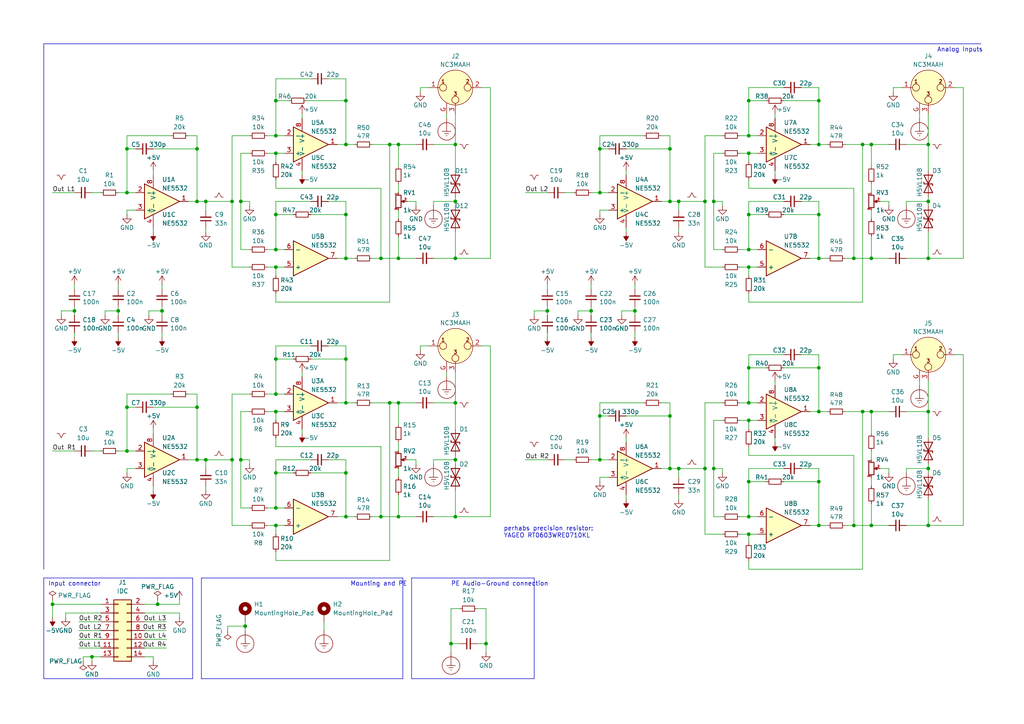
<source format=kicad_sch>
(kicad_sch (version 20230121) (generator eeschema)
  (paper "A4")
  (title_block (title "Unbalanced Analog Output Board for SmallDSP") (date "2024-01-06") (rev "1.0") (company "Till Heuer"))
  (junction (at 269.24 152.4))
  (junction (at 69.85 133.35))
  (junction (at 237.49 62.23))
  (junction (at 36.83 55.88))
  (junction (at 207.01 58.42))
  (junction (at 113.03 41.91))
  (junction (at 115.57 41.91))
  (junction (at 100.33 29.21))
  (junction (at 237.49 106.68))
  (junction (at 204.47 135.89))
  (junction (at 173.99 55.88))
  (junction (at 269.24 41.91))
  (junction (at 269.24 135.89))
  (junction (at 250.19 119.38))
  (junction (at 100.33 149.86))
  (junction (at 217.17 139.7))
  (junction (at 217.17 39.37))
  (junction (at 67.31 133.35))
  (junction (at 247.65 152.4))
  (junction (at 100.33 137.16))
  (junction (at 26.67 190.5))
  (junction (at 80.01 137.16))
  (junction (at 247.65 74.93))
  (junction (at 80.01 104.14))
  (junction (at 252.73 152.4))
  (junction (at 217.17 72.39))
  (junction (at 110.49 74.93))
  (junction (at 140.97 186.69))
  (junction (at 80.01 152.4))
  (junction (at 46.99 90.17))
  (junction (at 57.15 43.18))
  (junction (at 252.73 74.93))
  (junction (at 80.01 39.37))
  (junction (at 252.73 119.38))
  (junction (at 237.49 41.91))
  (junction (at 80.01 44.45))
  (junction (at 194.31 58.42))
  (junction (at 217.17 62.23))
  (junction (at 217.17 121.92))
  (junction (at 194.31 135.89))
  (junction (at 80.01 114.3))
  (junction (at 57.15 118.11))
  (junction (at 132.08 133.35))
  (junction (at 217.17 77.47))
  (junction (at 115.57 149.86))
  (junction (at 132.08 41.91))
  (junction (at 132.08 149.86))
  (junction (at 45.72 175.26))
  (junction (at 69.85 58.42))
  (junction (at 204.47 58.42))
  (junction (at 173.99 43.18))
  (junction (at 100.33 104.14))
  (junction (at 21.59 90.17))
  (junction (at 237.49 152.4))
  (junction (at 115.57 74.93))
  (junction (at 100.33 74.93))
  (junction (at 132.08 74.93))
  (junction (at 80.01 119.38))
  (junction (at 173.99 133.35))
  (junction (at 100.33 116.84))
  (junction (at 217.17 116.84))
  (junction (at 80.01 29.21))
  (junction (at 217.17 149.86))
  (junction (at 269.24 58.42))
  (junction (at 217.17 44.45))
  (junction (at 171.45 90.17))
  (junction (at 15.24 175.26))
  (junction (at 237.49 139.7))
  (junction (at 80.01 72.39))
  (junction (at 252.73 41.91))
  (junction (at 67.31 58.42))
  (junction (at 132.08 116.84))
  (junction (at 36.83 130.81))
  (junction (at 132.08 58.42))
  (junction (at 237.49 29.21))
  (junction (at 80.01 62.23))
  (junction (at 194.31 120.65))
  (junction (at 71.12 181.61))
  (junction (at 207.01 135.89))
  (junction (at 217.17 106.68))
  (junction (at 36.83 43.18))
  (junction (at 184.15 90.17))
  (junction (at 173.99 120.65))
  (junction (at 57.15 133.35))
  (junction (at 36.83 118.11))
  (junction (at 115.57 116.84))
  (junction (at 80.01 147.32))
  (junction (at 269.24 119.38))
  (junction (at 34.29 90.17))
  (junction (at 113.03 116.84))
  (junction (at 250.19 41.91))
  (junction (at 237.49 74.93))
  (junction (at 158.75 90.17))
  (junction (at 110.49 149.86))
  (junction (at 80.01 77.47))
  (junction (at 100.33 62.23))
  (junction (at 57.15 58.42))
  (junction (at 194.31 43.18))
  (junction (at 59.69 58.42))
  (junction (at 100.33 41.91))
  (junction (at 59.69 133.35))
  (junction (at 269.24 74.93))
  (junction (at 217.17 29.21))
  (junction (at 217.17 154.94))
  (junction (at 130.81 186.69))
  (junction (at 196.85 58.42))
  (junction (at 196.85 135.89))
  (junction (at 237.49 119.38))
  (wire (pts (xy 217.17 52.07) (xy 217.17 54.61)))
  (wire (pts (xy 77.47 152.4) (xy 80.01 152.4)))
  (wire (pts (xy 121.92 25.4) (xy 121.92 26.67)))
  (wire (pts (xy 269.24 135.89) (xy 262.89 135.89)))
  (wire (pts (xy 269.24 33.02) (xy 269.24 41.91)))
  (wire (pts (xy 77.47 72.39) (xy 80.01 72.39)))
  (wire (pts (xy 80.01 87.63) (xy 113.03 87.63)))
  (wire (pts (xy 36.83 43.18) (xy 36.83 55.88)))
  (wire (pts (xy 17.78 90.17) (xy 21.59 90.17)))
  (wire (pts (xy 266.7 110.49) (xy 266.7 111.76)))
  (wire (pts (xy 204.47 77.47) (xy 209.55 77.47)))
  (wire (pts (xy 121.92 100.33) (xy 121.92 101.6)))
  (wire (pts (xy 207.01 58.42) (xy 207.01 72.39)))
  (wire (pts (xy 261.62 25.4) (xy 259.08 25.4)))
  (wire (pts (xy 67.31 58.42) (xy 67.31 77.47)))
  (wire (pts (xy 173.99 138.43) (xy 173.99 139.7)))
  (wire (pts (xy 255.27 135.89) (xy 257.81 135.89)))
  (wire (pts (xy 132.08 33.02) (xy 132.08 41.91)))
  (wire (pts (xy 247.65 74.93) (xy 245.11 74.93)))
  (wire (pts (xy 217.17 135.89) (xy 217.17 139.7)))
  (wire (pts (xy 232.41 135.89) (xy 237.49 135.89)))
  (wire (pts (xy 67.31 133.35) (xy 67.31 152.4)))
  (wire (pts (xy 107.95 149.86) (xy 110.49 149.86)))
  (wire (pts (xy 209.55 135.89) (xy 209.55 137.16)))
  (wire (pts (xy 217.17 25.4) (xy 217.17 29.21)))
  (wire (pts (xy 43.18 90.17) (xy 43.18 91.44)))
  (wire (pts (xy 17.78 90.17) (xy 17.78 91.44)))
  (wire (pts (xy 269.24 110.49) (xy 269.24 119.38)))
  (wire (pts (xy 262.89 152.4) (xy 269.24 152.4)))
  (wire (pts (xy 184.15 90.17) (xy 184.15 88.9)))
  (wire (pts (xy 67.31 77.47) (xy 72.39 77.47)))
  (wire (pts (xy 214.63 149.86) (xy 217.17 149.86)))
  (wire (pts (xy 26.67 190.5) (xy 26.67 191.77)))
  (wire (pts (xy 181.61 66.04) (xy 181.61 67.31)))
  (wire (pts (xy 120.65 149.86) (xy 115.57 149.86)))
  (wire (pts (xy 194.31 116.84) (xy 194.31 120.65)))
  (wire (pts (xy 217.17 87.63) (xy 250.19 87.63)))
  (wire (pts (xy 90.17 104.14) (xy 100.33 104.14)))
  (wire (pts (xy 158.75 82.55) (xy 158.75 83.82)))
  (wire (pts (xy 217.17 54.61) (xy 247.65 54.61)))
  (wire (pts (xy 90.17 100.33) (xy 80.01 100.33)))
  (wire (pts (xy 15.24 173.99) (xy 15.24 175.26)))
  (wire (pts (xy 44.45 140.97) (xy 44.45 142.24)))
  (wire (pts (xy 124.46 100.33) (xy 121.92 100.33)))
  (wire (pts (xy 252.73 130.81) (xy 252.73 133.35)))
  (wire (pts (xy 252.73 74.93) (xy 247.65 74.93)))
  (wire (pts (xy 36.83 39.37) (xy 36.83 43.18)))
  (wire (pts (xy 59.69 135.89) (xy 59.69 133.35)))
  (wire (pts (xy 21.59 90.17) (xy 21.59 88.9)))
  (wire (pts (xy 41.91 175.26) (xy 45.72 175.26)))
  (wire (pts (xy 15.24 175.26) (xy 15.24 179.07)))
  (wire (pts (xy 115.57 74.93) (xy 110.49 74.93)))
  (wire (pts (xy 46.99 90.17) (xy 46.99 88.9)))
  (wire (pts (xy 45.72 175.26) (xy 52.07 175.26)))
  (wire (pts (xy 69.85 58.42) (xy 69.85 72.39)))
  (wire (pts (xy 95.25 58.42) (xy 100.33 58.42)))
  (wire (pts (xy 44.45 124.46) (xy 44.45 125.73)))
  (wire (pts (xy 36.83 60.96) (xy 36.83 62.23)))
  (wire (pts (xy 237.49 74.93) (xy 234.95 74.93)))
  (wire (pts (xy 115.57 116.84) (xy 115.57 123.19)))
  (polyline (pts (xy 116.84 167.64) (xy 116.84 196.85)))
  (polyline (pts (xy 119.38 167.64) (xy 154.94 167.64)))
  (wire (pts (xy 232.41 58.42) (xy 237.49 58.42)))
  (wire (pts (xy 107.95 41.91) (xy 113.03 41.91)))
  (wire (pts (xy 214.63 72.39) (xy 217.17 72.39)))
  (wire (pts (xy 100.33 74.93) (xy 102.87 74.93)))
  (polyline (pts (xy 119.38 167.64) (xy 119.38 196.85)))
  (wire (pts (xy 80.01 127) (xy 80.01 129.54)))
  (wire (pts (xy 191.77 116.84) (xy 194.31 116.84)))
  (wire (pts (xy 66.04 182.88) (xy 66.04 181.61)))
  (wire (pts (xy 207.01 72.39) (xy 209.55 72.39)))
  (wire (pts (xy 217.17 121.92) (xy 217.17 124.46)))
  (wire (pts (xy 237.49 58.42) (xy 237.49 62.23)))
  (wire (pts (xy 22.86 180.34) (xy 29.21 180.34)))
  (wire (pts (xy 173.99 39.37) (xy 173.99 43.18)))
  (wire (pts (xy 245.11 119.38) (xy 250.19 119.38)))
  (wire (pts (xy 232.41 102.87) (xy 237.49 102.87)))
  (wire (pts (xy 80.01 77.47) (xy 80.01 80.01)))
  (wire (pts (xy 100.33 29.21) (xy 100.33 41.91)))
  (wire (pts (xy 100.33 41.91) (xy 102.87 41.91)))
  (wire (pts (xy 217.17 106.68) (xy 217.17 116.84)))
  (wire (pts (xy 36.83 114.3) (xy 36.83 118.11)))
  (wire (pts (xy 204.47 39.37) (xy 209.55 39.37)))
  (wire (pts (xy 237.49 135.89) (xy 237.49 139.7)))
  (wire (pts (xy 196.85 135.89) (xy 204.47 135.89)))
  (wire (pts (xy 100.33 116.84) (xy 102.87 116.84)))
  (wire (pts (xy 88.9 29.21) (xy 100.33 29.21)))
  (wire (pts (xy 100.33 149.86) (xy 102.87 149.86)))
  (wire (pts (xy 90.17 58.42) (xy 80.01 58.42)))
  (wire (pts (xy 26.67 55.88) (xy 29.21 55.88)))
  (wire (pts (xy 130.81 189.23) (xy 130.81 186.69)))
  (wire (pts (xy 171.45 90.17) (xy 171.45 91.44)))
  (wire (pts (xy 132.08 132.08) (xy 132.08 133.35)))
  (wire (pts (xy 57.15 133.35) (xy 59.69 133.35)))
  (wire (pts (xy 176.53 120.65) (xy 173.99 120.65)))
  (wire (pts (xy 237.49 106.68) (xy 237.49 119.38)))
  (wire (pts (xy 217.17 121.92) (xy 219.71 121.92)))
  (wire (pts (xy 196.85 66.04) (xy 196.85 67.31)))
  (wire (pts (xy 167.64 90.17) (xy 171.45 90.17)))
  (wire (pts (xy 237.49 41.91) (xy 240.03 41.91)))
  (wire (pts (xy 186.69 116.84) (xy 173.99 116.84)))
  (wire (pts (xy 69.85 44.45) (xy 69.85 58.42)))
  (wire (pts (xy 80.01 119.38) (xy 82.55 119.38)))
  (wire (pts (xy 252.73 119.38) (xy 257.81 119.38)))
  (wire (pts (xy 15.24 55.88) (xy 21.59 55.88)))
  (wire (pts (xy 171.45 96.52) (xy 171.45 97.79)))
  (wire (pts (xy 227.33 58.42) (xy 217.17 58.42)))
  (wire (pts (xy 130.81 186.69) (xy 133.35 186.69)))
  (wire (pts (xy 77.47 114.3) (xy 80.01 114.3)))
  (wire (pts (xy 181.61 49.53) (xy 181.61 50.8)))
  (wire (pts (xy 132.08 41.91) (xy 132.08 49.53)))
  (wire (pts (xy 41.91 180.34) (xy 48.26 180.34)))
  (wire (pts (xy 196.85 138.43) (xy 196.85 135.89)))
  (wire (pts (xy 237.49 152.4) (xy 240.03 152.4)))
  (wire (pts (xy 39.37 43.18) (xy 36.83 43.18)))
  (wire (pts (xy 132.08 116.84) (xy 132.08 124.46)))
  (wire (pts (xy 90.17 22.86) (xy 80.01 22.86)))
  (wire (pts (xy 21.59 90.17) (xy 21.59 91.44)))
  (wire (pts (xy 194.31 58.42) (xy 191.77 58.42)))
  (wire (pts (xy 100.33 41.91) (xy 97.79 41.91)))
  (wire (pts (xy 115.57 68.58) (xy 115.57 74.93)))
  (wire (pts (xy 209.55 135.89) (xy 207.01 135.89)))
  (wire (pts (xy 46.99 82.55) (xy 46.99 83.82)))
  (wire (pts (xy 129.54 107.95) (xy 129.54 109.22)))
  (wire (pts (xy 237.49 102.87) (xy 237.49 106.68)))
  (wire (pts (xy 247.65 132.08) (xy 247.65 152.4)))
  (wire (pts (xy 52.07 175.26) (xy 52.07 173.99)))
  (wire (pts (xy 36.83 118.11) (xy 36.83 130.81)))
  (wire (pts (xy 44.45 118.11) (xy 57.15 118.11)))
  (wire (pts (xy 26.67 130.81) (xy 29.21 130.81)))
  (wire (pts (xy 72.39 133.35) (xy 72.39 134.62)))
  (wire (pts (xy 227.33 29.21) (xy 237.49 29.21)))
  (wire (pts (xy 262.89 74.93) (xy 269.24 74.93)))
  (wire (pts (xy 224.79 110.49) (xy 224.79 111.76)))
  (wire (pts (xy 87.63 33.02) (xy 87.63 34.29)))
  (wire (pts (xy 19.05 177.8) (xy 29.21 177.8)))
  (wire (pts (xy 115.57 143.51) (xy 115.57 149.86)))
  (wire (pts (xy 167.64 90.17) (xy 167.64 91.44)))
  (wire (pts (xy 77.47 39.37) (xy 80.01 39.37)))
  (wire (pts (xy 252.73 41.91) (xy 252.73 48.26)))
  (wire (pts (xy 217.17 72.39) (xy 219.71 72.39)))
  (wire (pts (xy 44.45 190.5) (xy 44.45 191.77)))
  (wire (pts (xy 217.17 44.45) (xy 219.71 44.45)))
  (wire (pts (xy 217.17 44.45) (xy 217.17 46.99)))
  (wire (pts (xy 80.01 85.09) (xy 80.01 87.63)))
  (wire (pts (xy 237.49 119.38) (xy 240.03 119.38)))
  (wire (pts (xy 125.73 116.84) (xy 132.08 116.84)))
  (wire (pts (xy 252.73 119.38) (xy 252.73 125.73)))
  (wire (pts (xy 171.45 82.55) (xy 171.45 83.82)))
  (wire (pts (xy 115.57 149.86) (xy 110.49 149.86)))
  (wire (pts (xy 214.63 116.84) (xy 217.17 116.84)))
  (wire (pts (xy 132.08 67.31) (xy 132.08 74.93)))
  (polyline (pts (xy 154.94 196.85) (xy 119.38 196.85)))
  (wire (pts (xy 77.47 44.45) (xy 80.01 44.45)))
  (wire (pts (xy 132.08 133.35) (xy 132.08 134.62)))
  (wire (pts (xy 227.33 102.87) (xy 217.17 102.87)))
  (wire (pts (xy 80.01 104.14) (xy 80.01 114.3)))
  (wire (pts (xy 154.94 90.17) (xy 154.94 91.44)))
  (wire (pts (xy 100.33 133.35) (xy 100.33 137.16)))
  (wire (pts (xy 245.11 152.4) (xy 247.65 152.4)))
  (wire (pts (xy 269.24 74.93) (xy 279.4 74.93)))
  (wire (pts (xy 217.17 39.37) (xy 219.71 39.37)))
  (wire (pts (xy 196.85 60.96) (xy 196.85 58.42)))
  (wire (pts (xy 176.53 55.88) (xy 173.99 55.88)))
  (wire (pts (xy 207.01 44.45) (xy 207.01 58.42)))
  (wire (pts (xy 69.85 119.38) (xy 69.85 133.35)))
  (wire (pts (xy 57.15 133.35) (xy 54.61 133.35)))
  (wire (pts (xy 34.29 90.17) (xy 34.29 91.44)))
  (wire (pts (xy 80.01 54.61) (xy 110.49 54.61)))
  (wire (pts (xy 80.01 52.07) (xy 80.01 54.61)))
  (wire (pts (xy 214.63 121.92) (xy 217.17 121.92)))
  (wire (pts (xy 36.83 135.89) (xy 36.83 137.16)))
  (wire (pts (xy 57.15 43.18) (xy 57.15 58.42)))
  (wire (pts (xy 120.65 133.35) (xy 120.65 134.62)))
  (wire (pts (xy 237.49 29.21) (xy 237.49 41.91)))
  (wire (pts (xy 209.55 58.42) (xy 209.55 59.69)))
  (wire (pts (xy 95.25 100.33) (xy 100.33 100.33)))
  (wire (pts (xy 173.99 43.18) (xy 173.99 55.88)))
  (wire (pts (xy 222.25 29.21) (xy 217.17 29.21)))
  (wire (pts (xy 250.19 87.63) (xy 250.19 41.91)))
  (wire (pts (xy 80.01 72.39) (xy 82.55 72.39)))
  (wire (pts (xy 217.17 58.42) (xy 217.17 62.23)))
  (wire (pts (xy 132.08 57.15) (xy 132.08 58.42)))
  (polyline (pts (xy 116.84 196.85) (xy 58.42 196.85)))
  (wire (pts (xy 191.77 39.37) (xy 194.31 39.37)))
  (wire (pts (xy 269.24 58.42) (xy 262.89 58.42)))
  (polyline (pts (xy 12.7 167.64) (xy 55.88 167.64)))
  (wire (pts (xy 269.24 144.78) (xy 269.24 152.4)))
  (wire (pts (xy 194.31 135.89) (xy 196.85 135.89)))
  (wire (pts (xy 204.47 135.89) (xy 204.47 154.94)))
  (wire (pts (xy 34.29 90.17) (xy 34.29 88.9)))
  (wire (pts (xy 80.01 39.37) (xy 82.55 39.37)))
  (wire (pts (xy 34.29 82.55) (xy 34.29 83.82)))
  (wire (pts (xy 259.08 102.87) (xy 259.08 104.14)))
  (wire (pts (xy 77.47 77.47) (xy 80.01 77.47)))
  (wire (pts (xy 125.73 133.35) (xy 125.73 134.62)))
  (wire (pts (xy 15.24 130.81) (xy 21.59 130.81)))
  (polyline (pts (xy 55.88 167.64) (xy 55.88 196.85)))
  (polyline (pts (xy 12.7 167.64) (xy 12.7 196.85)))
  (wire (pts (xy 196.85 58.42) (xy 204.47 58.42)))
  (wire (pts (xy 80.01 119.38) (xy 80.01 121.92)))
  (wire (pts (xy 45.72 173.99) (xy 45.72 175.26)))
  (wire (pts (xy 80.01 44.45) (xy 80.01 46.99)))
  (wire (pts (xy 57.15 118.11) (xy 57.15 133.35)))
  (wire (pts (xy 41.91 185.42) (xy 48.26 185.42)))
  (wire (pts (xy 125.73 74.93) (xy 132.08 74.93)))
  (wire (pts (xy 184.15 96.52) (xy 184.15 97.79)))
  (wire (pts (xy 259.08 25.4) (xy 259.08 26.67)))
  (wire (pts (xy 44.45 49.53) (xy 44.45 50.8)))
  (wire (pts (xy 80.01 162.56) (xy 113.03 162.56)))
  (wire (pts (xy 237.49 119.38) (xy 234.95 119.38)))
  (wire (pts (xy 252.73 60.96) (xy 252.73 63.5)))
  (wire (pts (xy 214.63 44.45) (xy 217.17 44.45)))
  (wire (pts (xy 100.33 100.33) (xy 100.33 104.14)))
  (wire (pts (xy 138.43 186.69) (xy 140.97 186.69)))
  (wire (pts (xy 237.49 62.23) (xy 237.49 74.93)))
  (wire (pts (xy 115.57 116.84) (xy 120.65 116.84)))
  (wire (pts (xy 115.57 53.34) (xy 115.57 55.88)))
  (wire (pts (xy 171.45 133.35) (xy 173.99 133.35)))
  (wire (pts (xy 217.17 139.7) (xy 217.17 149.86)))
  (wire (pts (xy 15.24 175.26) (xy 29.21 175.26)))
  (wire (pts (xy 21.59 82.55) (xy 21.59 83.82)))
  (wire (pts (xy 250.19 41.91) (xy 252.73 41.91)))
  (wire (pts (xy 222.25 106.68) (xy 217.17 106.68)))
  (wire (pts (xy 194.31 58.42) (xy 196.85 58.42)))
  (wire (pts (xy 125.73 58.42) (xy 125.73 59.69)))
  (wire (pts (xy 132.08 74.93) (xy 142.24 74.93)))
  (wire (pts (xy 80.01 129.54) (xy 110.49 129.54)))
  (wire (pts (xy 154.94 90.17) (xy 158.75 90.17)))
  (wire (pts (xy 184.15 90.17) (xy 184.15 91.44)))
  (wire (pts (xy 95.25 133.35) (xy 100.33 133.35)))
  (wire (pts (xy 100.33 22.86) (xy 100.33 29.21)))
  (wire (pts (xy 262.89 135.89) (xy 262.89 137.16)))
  (wire (pts (xy 214.63 154.94) (xy 217.17 154.94)))
  (wire (pts (xy 118.11 133.35) (xy 120.65 133.35)))
  (wire (pts (xy 250.19 119.38) (xy 252.73 119.38)))
  (wire (pts (xy 100.33 104.14) (xy 100.33 116.84)))
  (wire (pts (xy 217.17 85.09) (xy 217.17 87.63)))
  (wire (pts (xy 158.75 90.17) (xy 158.75 91.44)))
  (wire (pts (xy 269.24 67.31) (xy 269.24 74.93)))
  (wire (pts (xy 142.24 100.33) (xy 142.24 149.86)))
  (wire (pts (xy 204.47 154.94) (xy 209.55 154.94)))
  (wire (pts (xy 227.33 139.7) (xy 237.49 139.7)))
  (wire (pts (xy 115.57 41.91) (xy 115.57 48.26)))
  (wire (pts (xy 217.17 132.08) (xy 247.65 132.08)))
  (wire (pts (xy 59.69 133.35) (xy 67.31 133.35)))
  (wire (pts (xy 72.39 58.42) (xy 72.39 59.69)))
  (wire (pts (xy 115.57 41.91) (xy 120.65 41.91)))
  (wire (pts (xy 196.85 143.51) (xy 196.85 144.78)))
  (wire (pts (xy 93.98 180.34) (xy 93.98 182.88)))
  (wire (pts (xy 194.31 39.37) (xy 194.31 43.18)))
  (wire (pts (xy 72.39 133.35) (xy 69.85 133.35)))
  (wire (pts (xy 207.01 135.89) (xy 207.01 149.86)))
  (wire (pts (xy 36.83 135.89) (xy 39.37 135.89)))
  (wire (pts (xy 158.75 96.52) (xy 158.75 97.79)))
  (wire (pts (xy 44.45 43.18) (xy 57.15 43.18)))
  (wire (pts (xy 80.01 160.02) (xy 80.01 162.56)))
  (wire (pts (xy 80.01 133.35) (xy 80.01 137.16)))
  (wire (pts (xy 87.63 107.95) (xy 87.63 109.22)))
  (wire (pts (xy 207.01 121.92) (xy 207.01 135.89)))
  (wire (pts (xy 217.17 77.47) (xy 217.17 80.01)))
  (wire (pts (xy 237.49 25.4) (xy 237.49 29.21)))
  (wire (pts (xy 85.09 137.16) (xy 80.01 137.16)))
  (wire (pts (xy 124.46 25.4) (xy 121.92 25.4)))
  (wire (pts (xy 194.31 43.18) (xy 194.31 58.42)))
  (wire (pts (xy 77.47 147.32) (xy 80.01 147.32)))
  (wire (pts (xy 222.25 139.7) (xy 217.17 139.7)))
  (wire (pts (xy 176.53 133.35) (xy 173.99 133.35)))
  (wire (pts (xy 140.97 186.69) (xy 140.97 189.23)))
  (wire (pts (xy 125.73 41.91) (xy 132.08 41.91)))
  (wire (pts (xy 67.31 114.3) (xy 72.39 114.3)))
  (wire (pts (xy 132.08 58.42) (xy 132.08 59.69)))
  (wire (pts (xy 181.61 127) (xy 181.61 128.27)))
  (wire (pts (xy 46.99 90.17) (xy 46.99 91.44)))
  (wire (pts (xy 19.05 177.8) (xy 19.05 179.07)))
  (wire (pts (xy 54.61 39.37) (xy 57.15 39.37)))
  (wire (pts (xy 173.99 60.96) (xy 173.99 62.23)))
  (wire (pts (xy 87.63 124.46) (xy 87.63 125.73)))
  (wire (pts (xy 67.31 114.3) (xy 67.31 133.35)))
  (wire (pts (xy 207.01 44.45) (xy 209.55 44.45)))
  (wire (pts (xy 217.17 102.87) (xy 217.17 106.68)))
  (wire (pts (xy 269.24 135.89) (xy 269.24 137.16)))
  (wire (pts (xy 250.19 165.1) (xy 250.19 119.38)))
  (wire (pts (xy 237.49 139.7) (xy 237.49 152.4)))
  (wire (pts (xy 245.11 41.91) (xy 250.19 41.91)))
  (wire (pts (xy 173.99 120.65) (xy 173.99 133.35)))
  (wire (pts (xy 67.31 39.37) (xy 67.31 58.42)))
  (wire (pts (xy 180.34 90.17) (xy 180.34 91.44)))
  (wire (pts (xy 217.17 149.86) (xy 219.71 149.86)))
  (wire (pts (xy 22.86 187.96) (xy 29.21 187.96)))
  (wire (pts (xy 279.4 25.4) (xy 279.4 74.93)))
  (wire (pts (xy 180.34 90.17) (xy 184.15 90.17)))
  (wire (pts (xy 41.91 182.88) (xy 48.26 182.88)))
  (wire (pts (xy 95.25 22.86) (xy 100.33 22.86)))
  (wire (pts (xy 59.69 140.97) (xy 59.69 142.24)))
  (wire (pts (xy 80.01 44.45) (xy 82.55 44.45)))
  (wire (pts (xy 222.25 62.23) (xy 217.17 62.23)))
  (wire (pts (xy 44.45 66.04) (xy 44.45 67.31)))
  (wire (pts (xy 113.03 116.84) (xy 115.57 116.84)))
  (wire (pts (xy 163.83 55.88) (xy 166.37 55.88)))
  (wire (pts (xy 83.82 29.21) (xy 80.01 29.21)))
  (wire (pts (xy 132.08 58.42) (xy 125.73 58.42)))
  (wire (pts (xy 227.33 62.23) (xy 237.49 62.23)))
  (wire (pts (xy 90.17 133.35) (xy 80.01 133.35)))
  (wire (pts (xy 217.17 154.94) (xy 219.71 154.94)))
  (wire (pts (xy 132.08 133.35) (xy 125.73 133.35)))
  (wire (pts (xy 132.08 107.95) (xy 132.08 116.84)))
  (wire (pts (xy 90.17 62.23) (xy 100.33 62.23)))
  (wire (pts (xy 252.73 146.05) (xy 252.73 152.4)))
  (wire (pts (xy 255.27 58.42) (xy 257.81 58.42)))
  (wire (pts (xy 39.37 55.88) (xy 36.83 55.88)))
  (wire (pts (xy 269.24 119.38) (xy 269.24 127)))
  (polyline (pts (xy 58.42 167.64) (xy 58.42 196.85)))
  (wire (pts (xy 173.99 60.96) (xy 176.53 60.96)))
  (wire (pts (xy 59.69 66.04) (xy 59.69 67.31)))
  (wire (pts (xy 113.03 162.56) (xy 113.03 116.84)))
  (wire (pts (xy 69.85 44.45) (xy 72.39 44.45)))
  (wire (pts (xy 279.4 102.87) (xy 279.4 152.4)))
  (wire (pts (xy 80.01 147.32) (xy 82.55 147.32)))
  (wire (pts (xy 80.01 114.3) (xy 82.55 114.3)))
  (wire (pts (xy 113.03 41.91) (xy 115.57 41.91)))
  (wire (pts (xy 80.01 152.4) (xy 82.55 152.4)))
  (wire (pts (xy 66.04 181.61) (xy 71.12 181.61)))
  (wire (pts (xy 39.37 118.11) (xy 36.83 118.11)))
  (wire (pts (xy 173.99 138.43) (xy 176.53 138.43)))
  (wire (pts (xy 115.57 60.96) (xy 115.57 63.5)))
  (wire (pts (xy 100.33 58.42) (xy 100.33 62.23)))
  (wire (pts (xy 30.48 90.17) (xy 30.48 91.44)))
  (wire (pts (xy 71.12 180.34) (xy 71.12 181.61)))
  (wire (pts (xy 257.81 152.4) (xy 252.73 152.4)))
  (wire (pts (xy 140.97 176.53) (xy 140.97 186.69)))
  (polyline (pts (xy 55.88 196.85) (xy 12.7 196.85)))
  (wire (pts (xy 49.53 114.3) (xy 36.83 114.3)))
  (wire (pts (xy 100.33 116.84) (xy 97.79 116.84)))
  (wire (pts (xy 39.37 130.81) (xy 36.83 130.81)))
  (wire (pts (xy 69.85 147.32) (xy 72.39 147.32)))
  (wire (pts (xy 100.33 74.93) (xy 97.79 74.93)))
  (wire (pts (xy 41.91 187.96) (xy 48.26 187.96)))
  (wire (pts (xy 107.95 116.84) (xy 113.03 116.84)))
  (wire (pts (xy 100.33 137.16) (xy 100.33 149.86)))
  (wire (pts (xy 26.67 190.5) (xy 29.21 190.5)))
  (wire (pts (xy 237.49 152.4) (xy 234.95 152.4)))
  (wire (pts (xy 49.53 39.37) (xy 36.83 39.37)))
  (wire (pts (xy 158.75 90.17) (xy 158.75 88.9)))
  (wire (pts (xy 204.47 116.84) (xy 204.47 135.89)))
  (wire (pts (xy 224.79 33.02) (xy 224.79 34.29)))
  (wire (pts (xy 57.15 58.42) (xy 54.61 58.42)))
  (wire (pts (xy 24.13 191.77) (xy 24.13 190.5)))
  (wire (pts (xy 262.89 58.42) (xy 262.89 59.69)))
  (wire (pts (xy 269.24 57.15) (xy 269.24 58.42)))
  (wire (pts (xy 54.61 114.3) (xy 57.15 114.3)))
  (wire (pts (xy 186.69 39.37) (xy 173.99 39.37)))
  (wire (pts (xy 59.69 58.42) (xy 67.31 58.42)))
  (wire (pts (xy 80.01 77.47) (xy 82.55 77.47)))
  (wire (pts (xy 184.15 82.55) (xy 184.15 83.82)))
  (wire (pts (xy 194.31 135.89) (xy 191.77 135.89)))
  (wire (pts (xy 80.01 22.86) (xy 80.01 29.21)))
  (wire (pts (xy 110.49 54.61) (xy 110.49 74.93)))
  (wire (pts (xy 214.63 77.47) (xy 217.17 77.47)))
  (wire (pts (xy 269.24 134.62) (xy 269.24 135.89)))
  (wire (pts (xy 257.81 74.93) (xy 252.73 74.93)))
  (wire (pts (xy 115.57 135.89) (xy 115.57 138.43)))
  (wire (pts (xy 57.15 39.37) (xy 57.15 43.18)))
  (wire (pts (xy 207.01 121.92) (xy 209.55 121.92)))
  (wire (pts (xy 118.11 58.42) (xy 120.65 58.42)))
  (wire (pts (xy 110.49 129.54) (xy 110.49 149.86)))
  (wire (pts (xy 139.7 100.33) (xy 142.24 100.33)))
  (wire (pts (xy 217.17 77.47) (xy 219.71 77.47)))
  (wire (pts (xy 69.85 119.38) (xy 72.39 119.38)))
  (wire (pts (xy 217.17 62.23) (xy 217.17 72.39)))
  (wire (pts (xy 252.73 68.58) (xy 252.73 74.93)))
  (wire (pts (xy 194.31 120.65) (xy 194.31 135.89)))
  (wire (pts (xy 138.43 176.53) (xy 140.97 176.53)))
  (wire (pts (xy 22.86 182.88) (xy 29.21 182.88)))
  (wire (pts (xy 276.86 102.87) (xy 279.4 102.87)))
  (wire (pts (xy 217.17 29.21) (xy 217.17 39.37)))
  (wire (pts (xy 69.85 133.35) (xy 69.85 147.32)))
  (wire (pts (xy 132.08 149.86) (xy 142.24 149.86)))
  (wire (pts (xy 152.4 55.88) (xy 158.75 55.88)))
  (wire (pts (xy 207.01 149.86) (xy 209.55 149.86)))
  (wire (pts (xy 132.08 142.24) (xy 132.08 149.86)))
  (wire (pts (xy 252.73 138.43) (xy 252.73 140.97)))
  (wire (pts (xy 44.45 190.5) (xy 41.91 190.5)))
  (wire (pts (xy 139.7 25.4) (xy 142.24 25.4)))
  (wire (pts (xy 34.29 55.88) (xy 36.83 55.88)))
  (wire (pts (xy 262.89 41.91) (xy 269.24 41.91)))
  (wire (pts (xy 142.24 25.4) (xy 142.24 74.93)))
  (wire (pts (xy 85.09 62.23) (xy 80.01 62.23)))
  (wire (pts (xy 237.49 41.91) (xy 234.95 41.91)))
  (wire (pts (xy 204.47 116.84) (xy 209.55 116.84)))
  (wire (pts (xy 252.73 41.91) (xy 257.81 41.91)))
  (wire (pts (xy 237.49 74.93) (xy 240.03 74.93)))
  (wire (pts (xy 120.65 74.93) (xy 115.57 74.93)))
  (wire (pts (xy 269.24 58.42) (xy 269.24 59.69)))
  (wire (pts (xy 71.12 181.61) (xy 71.12 182.88)))
  (wire (pts (xy 22.86 185.42) (xy 29.21 185.42)))
  (wire (pts (xy 171.45 55.88) (xy 173.99 55.88)))
  (wire (pts (xy 80.01 58.42) (xy 80.01 62.23)))
  (polyline (pts (xy 58.42 167.64) (xy 116.84 167.64)))
  (polyline (pts (xy 12.7 165.1) (xy 12.7 12.7)))
  (wire (pts (xy 217.17 116.84) (xy 219.71 116.84)))
  (wire (pts (xy 80.01 100.33) (xy 80.01 104.14)))
  (wire (pts (xy 80.01 62.23) (xy 80.01 72.39)))
  (wire (pts (xy 57.15 58.42) (xy 59.69 58.42)))
  (wire (pts (xy 247.65 54.61) (xy 247.65 74.93)))
  (wire (pts (xy 80.01 29.21) (xy 80.01 39.37)))
  (wire (pts (xy 34.29 96.52) (xy 34.29 97.79)))
  (wire (pts (xy 30.48 90.17) (xy 34.29 90.17)))
  (wire (pts (xy 227.33 135.89) (xy 217.17 135.89)))
  (wire (pts (xy 176.53 43.18) (xy 173.99 43.18)))
  (wire (pts (xy 252.73 152.4) (xy 247.65 152.4)))
  (wire (pts (xy 261.62 102.87) (xy 259.08 102.87)))
  (wire (pts (xy 217.17 162.56) (xy 217.17 165.1)))
  (wire (pts (xy 224.79 49.53) (xy 224.79 50.8)))
  (wire (pts (xy 59.69 60.96) (xy 59.69 58.42)))
  (wire (pts (xy 204.47 39.37) (xy 204.47 58.42)))
  (wire (pts (xy 130.81 176.53) (xy 130.81 186.69)))
  (wire (pts (xy 43.18 90.17) (xy 46.99 90.17)))
  (wire (pts (xy 276.86 25.4) (xy 279.4 25.4)))
  (wire (pts (xy 266.7 33.02) (xy 266.7 34.29)))
  (wire (pts (xy 217.17 154.94) (xy 217.17 157.48)))
  (wire (pts (xy 113.03 87.63) (xy 113.03 41.91)))
  (wire (pts (xy 72.39 58.42) (xy 69.85 58.42)))
  (wire (pts (xy 181.61 120.65) (xy 194.31 120.65)))
  (wire (pts (xy 52.07 177.8) (xy 52.07 179.07)))
  (wire (pts (xy 204.47 58.42) (xy 204.47 77.47)))
  (wire (pts (xy 173.99 116.84) (xy 173.99 120.65)))
  (wire (pts (xy 85.09 104.14) (xy 80.01 104.14)))
  (wire (pts (xy 21.59 96.52) (xy 21.59 97.79)))
  (wire (pts (xy 120.65 58.42) (xy 120.65 59.69)))
  (wire (pts (xy 257.81 58.42) (xy 257.81 59.69)))
  (wire (pts (xy 24.13 190.5) (xy 26.67 190.5)))
  (wire (pts (xy 115.57 128.27) (xy 115.57 130.81)))
  (wire (pts (xy 57.15 114.3) (xy 57.15 118.11)))
  (wire (pts (xy 262.89 119.38) (xy 269.24 119.38)))
  (wire (pts (xy 163.83 133.35) (xy 166.37 133.35)))
  (wire (pts (xy 90.17 137.16) (xy 100.33 137.16)))
  (wire (pts (xy 133.35 176.53) (xy 130.81 176.53)))
  (wire (pts (xy 77.47 119.38) (xy 80.01 119.38)))
  (wire (pts (xy 227.33 106.68) (xy 237.49 106.68)))
  (wire (pts (xy 67.31 39.37) (xy 72.39 39.37)))
  (wire (pts (xy 125.73 149.86) (xy 132.08 149.86)))
  (wire (pts (xy 41.91 177.8) (xy 52.07 177.8)))
  (wire (pts (xy 100.33 62.23) (xy 100.33 74.93)))
  (polyline (pts (xy 154.94 167.64) (xy 154.94 196.85)))
  (wire (pts (xy 269.24 41.91) (xy 269.24 49.53)))
  (wire (pts (xy 110.49 74.93) (xy 107.95 74.93)))
  (wire (pts (xy 227.33 25.4) (xy 217.17 25.4)))
  (wire (pts (xy 152.4 133.35) (xy 158.75 133.35)))
  (wire (pts (xy 46.99 96.52) (xy 46.99 97.79)))
  (wire (pts (xy 224.79 127) (xy 224.79 128.27)))
  (wire (pts (xy 217.17 129.54) (xy 217.17 132.08)))
  (wire (pts (xy 209.55 58.42) (xy 207.01 58.42)))
  (wire (pts (xy 36.83 60.96) (xy 39.37 60.96)))
  (wire (pts (xy 181.61 43.18) (xy 194.31 43.18)))
  (wire (pts (xy 100.33 149.86) (xy 97.79 149.86)))
  (wire (pts (xy 80.01 152.4) (xy 80.01 154.94)))
  (wire (pts (xy 80.01 137.16) (xy 80.01 147.32)))
  (wire (pts (xy 129.54 33.02) (xy 129.54 34.29)))
  (wire (pts (xy 257.81 135.89) (xy 257.81 137.16)))
  (wire (pts (xy 34.29 130.81) (xy 36.83 130.81)))
  (wire (pts (xy 69.85 72.39) (xy 72.39 72.39)))
  (wire (pts (xy 232.41 25.4) (xy 237.49 25.4)))
  (wire (pts (xy 171.45 90.17) (xy 171.45 88.9)))
  (polyline (pts (xy 12.7 12.7) (xy 284.48 12.7)))
  (wire (pts (xy 269.24 152.4) (xy 279.4 152.4)))
  (wire (pts (xy 181.61 143.51) (xy 181.61 144.78)))
  (wire (pts (xy 217.17 165.1) (xy 250.19 165.1)))
  (wire (pts (xy 214.63 39.37) (xy 217.17 39.37)))
  (wire (pts (xy 67.31 152.4) (xy 72.39 152.4)))
  (wire (pts (xy 252.73 53.34) (xy 252.73 55.88)))
  (wire (pts (xy 87.63 49.53) (xy 87.63 50.8)))
  (text "PE Audio-Ground connection" (at 130.81 170.18 0) (effects (font (size 1.27 1.27)) (justify left bottom)))
  (text "Mounting and PE" (at 101.6 170.18 0) (effects (font (size 1.27 1.27)) (justify left bottom)))
  (text "Input connector" (at 13.97 170.18 0) (effects (font (size 1.27 1.27)) (justify left bottom)))
  (text "Analog Inputs" (at 271.78 15.24 0) (effects (font (size 1.27 1.27)) (justify left bottom)))
  (text "perhabs precision resistor:\nYAGEO RT0603WRE0710KL" (at 146.05 156.21 0) (effects (font (size 1.27 1.27)) (justify left bottom)))
  (label "Out R1" (at 22.86 185.42 0))
  (label "Out L2" (at 22.86 182.88 0))
  (label "Out R1" (at 15.24 130.81 0))
  (label "Out L2" (at 152.4 55.88 0))
  (label "Out R3" (at 48.26 182.88 180))
  (label "Out R2" (at 152.4 133.35 0))
  (label "Out L1" (at 22.86 187.96 0))
  (label "Out L3" (at 48.26 180.34 180))
  (label "Out L1" (at 15.24 55.88 0))
  (label "Out L4" (at 48.26 185.42 180))
  (label "Out R4" (at 48.26 187.96 180))
  (label "Out R2" (at 22.86 180.34 0))
  (symbol (lib_id "power:+5V") (at 52.07 173.99 0) (unit 1)
    (property "Reference" "#PWR05" (effects hide))
    (property "Value" "+5V" (at 49.53 172.72 0))
  )
  (symbol (lib_id "Device:C_Small") (at 41.91 118.11 90) (unit 1)
    (property "Reference" "C7" (at 39.37 116.84 90))
    (property "Value" "330p" (at 45.72 116.84 90))
    (property "Footprint" "Capacitor_SMD:C_0402_1005Metric" (effects hide))
    (property "Dielectric" "C0G" (effects hide))
    (property "Rated Voltage" "50V" (effects hide))
    (property "Assembling" "X" (effects hide))
    (property "JLC Part Number" "C13533" (effects hide))
    (property "Manufacturer" "Samsung Electro-Mechanics" (effects hide))
    (property "Part Number" "CL05C331JB5NNNC" (effects hide))
    (property "Tolerance" "5%" (effects hide))
    (property "LCSC Part #" "C13533" (effects hide))
  )
  (symbol (lib_id "power:PWR_FLAG") (at 24.13 191.77 180) (unit 1)
    (property "Reference" "#FLG02" (effects hide))
    (property "Value" "PWR_FLAG" (at 19.05 191.77 0))
  )
  (symbol (lib_id "power:-5V") (at 46.99 97.79 180) (unit 1)
    (property "Reference" "#PWR042" (effects hide))
    (property "Value" "-5V" (at 46.99 101.6 0))
  )
  (symbol (lib_id "power:GND") (at 59.69 67.31 0) (unit 1)
    (property "Reference" "#PWR017" (effects hide))
    (property "Value" "GND" (at 59.69 71.12 0))
  )
  (symbol (lib_id "power:Earth_Protective") (at 125.73 59.69 0) (mirror y) (unit 1)
    (property "Reference" "#PWR082" (effects hide))
    (property "Value" "Earth_Protective" (effects hide))
  )
  (symbol (lib_id "Device:R_Small") (at 115.57 125.73 0) (mirror y) (unit 1)
    (property "Reference" "R15" (at 116.84 123.3058 0) (effects (justify right)))
    (property "Value" "1k" (at 116.84 125.73 0) (effects (justify right)))
    (property "Footprint" "Resistor_SMD:R_0402_1005Metric" (effects hide))
    (property "Assembling" "X" (effects hide))
    (property "Manufacturer" "UNI-ROYAL(Uniroyal Elec)" (effects hide))
    (property "Rated Power" "62.5mW" (effects hide))
    (property "Part Number" "0402WGF1001TCE" (effects hide))
    (property "Tolerance" "1%" (effects hide))
    (property "LCSC Part #" "C11702" (effects hide))
  )
  (symbol (lib_id "Device:R_Small") (at 115.57 66.04 0) (mirror y) (unit 1)
    (property "Reference" "R55" (at 116.84 66.1558 0) (effects (justify right)))
    (property "Value" "1k" (at 116.84 68.58 0) (effects (justify right)))
    (property "Footprint" "Resistor_SMD:R_0402_1005Metric" (effects hide))
    (property "Assembling" "X" (effects hide))
    (property "Manufacturer" "UNI-ROYAL(Uniroyal Elec)" (effects hide))
    (property "Rated Power" "62.5mW" (effects hide))
    (property "Part Number" "0402WGF1001TCE" (effects hide))
    (property "Tolerance" "1%" (effects hide))
    (property "LCSC Part #" "C11702" (effects hide))
  )
  (symbol (lib_id "1_Project_Symbols:Phase") (at 134.62 41.91 180) (unit 1) (in_bom no) (on_board no)
    (property "Reference" "S2" (effects hide))
    (property "Value" "Phase" (effects hide))
  )
  (symbol (lib_id "power:GND") (at 120.65 134.62 0) (unit 1)
    (property "Reference" "#PWR025" (effects hide))
    (property "Value" "GND" (at 120.65 138.43 0))
  )
  (symbol (lib_id "Device:R_Small") (at 242.57 41.91 270) (mirror x) (unit 1)
    (property "Reference" "R44" (at 242.57 37.0291 90))
    (property "Value" "47R" (at 242.57 39.4533 90))
    (property "Footprint" "Resistor_SMD:R_0402_1005Metric" (effects hide))
    (property "Assembling" "X" (effects hide))
    (property "Manufacturer" "UNI-ROYAL(Uniroyal Elec)" (effects hide))
    (property "Rated Power" "62.5mW" (effects hide))
    (property "Part Number" "0402WGF470JTCE" (effects hide))
    (property "Tolerance" "1%" (effects hide))
    (property "LCSC Part #" "C25118" (effects hide))
  )
  (symbol (lib_id "Device:C_Small") (at 92.71 100.33 270) (unit 1)
    (property "Reference" "C11" (at 88.9 99.06 90))
    (property "Value" "22p" (at 96.52 99.06 90))
    (property "Footprint" "Capacitor_SMD:C_0402_1005Metric" (effects hide))
    (property "Manufacturer" "FH (Guangdong Fenghua Advanced Tech)" (effects hide))
    (property "Part Number" "0402CG220J500NT" (effects hide))
    (property "Dielectric" "C0G" (effects hide))
    (property "Rated Voltage" "50V" (effects hide))
    (property "Tolerance" "5%" (effects hide))
    (property "Assembling" "X" (effects hide))
    (property "LCSC Part #" "C1555" (effects hide))
  )
  (symbol (lib_id "Device:R_Small") (at 252.73 128.27 0) (mirror y) (unit 1)
    (property "Reference" "R56" (at 254 125.8458 0) (effects (justify right)))
    (property "Value" "1k" (at 254 128.27 0) (effects (justify right)))
    (property "Footprint" "Resistor_SMD:R_0402_1005Metric" (effects hide))
    (property "Assembling" "X" (effects hide))
    (property "Manufacturer" "UNI-ROYAL(Uniroyal Elec)" (effects hide))
    (property "Rated Power" "62.5mW" (effects hide))
    (property "Part Number" "0402WGF1001TCE" (effects hide))
    (property "Tolerance" "1%" (effects hide))
    (property "LCSC Part #" "C11702" (effects hide))
  )
  (symbol (lib_id "Mechanical:MountingHole_Pad") (at 71.12 177.8 0) (unit 1)
    (property "Reference" "H1" (at 73.66 175.2599 0) (effects (justify left)))
    (property "Value" "MountingHole_Pad" (at 73.66 177.7999 0) (effects (justify left)))
    (property "Footprint" "MountingHole:MountingHole_3.2mm_M3_Pad_Via" (effects hide))
    (property "JLC Part Number" "-" (effects hide))
    (property "Manufacturer" "-" (effects hide))
    (property "Part Number" "-" (effects hide))
    (property "LCSC Part #" "-" (effects hide))
  )
  (symbol (lib_id "Device:C_Small") (at 24.13 130.81 90) (unit 1)
    (property "Reference" "C3" (at 24.1363 124.46 90))
    (property "Value" "10u" (at 24.1363 127 90))
    (property "Footprint" "Capacitor_SMD:C_1206_3216Metric" (effects hide))
    (property "Dielectric" "X5R" (effects hide))
    (property "Rated Voltage" "50V" (effects hide))
    (property "Assembling" "X" (effects hide))
    (property "JLC Part Number" "C13585" (effects hide))
    (property "Manufacturer" "Samsung Electro-Mechanics" (effects hide))
    (property "Part Number" "CL31A106KBHNNNE" (effects hide))
    (property "Tolerance" "10%" (effects hide))
    (property "LCSC Part #" "C13585" (effects hide))
  )
  (symbol (lib_id "power:Earth_Protective") (at 130.81 189.23 0) (unit 1)
    (property "Reference" "#PWR033" (effects hide))
    (property "Value" "Earth_Protective" (effects hide))
  )
  (symbol (lib_id "Device:R_Small") (at 252.73 50.8 0) (mirror y) (unit 1)
    (property "Reference" "R52" (at 254 48.3758 0) (effects (justify right)))
    (property "Value" "1k" (at 254 50.8 0) (effects (justify right)))
    (property "Footprint" "Resistor_SMD:R_0402_1005Metric" (effects hide))
    (property "Assembling" "X" (effects hide))
    (property "Manufacturer" "UNI-ROYAL(Uniroyal Elec)" (effects hide))
    (property "Rated Power" "62.5mW" (effects hide))
    (property "Part Number" "0402WGF1001TCE" (effects hide))
    (property "Tolerance" "1%" (effects hide))
    (property "LCSC Part #" "C11702" (effects hide))
  )
  (symbol (lib_id "Device:R_Small") (at 189.23 116.84 90) (unit 1)
    (property "Reference" "R21" (at 189.23 111.76 90))
    (property "Value" "20k" (at 189.23 114.3 90))
    (property "Footprint" "Resistor_SMD:R_0402_1005Metric" (effects hide))
    (property "Assembling" "X" (effects hide))
    (property "JLC Part Number" "C25765" (effects hide))
    (property "Manufacturer" "UNI-ROYAL(Uniroyal Elec)" (effects hide))
    (property "Part Number" "0402WGF2002TCE" (effects hide))
    (property "Rated Power" "62.5mW" (effects hide))
    (property "Tolerance" "1%" (effects hide))
    (property "LCSC Part #" "C25765" (effects hide))
  )
  (symbol (lib_id "power:+5V") (at 181.61 49.53 0) (unit 1)
    (property "Reference" "#PWR049" (effects hide))
    (property "Value" "+5V" (at 181.61 45.72 0))
  )
  (symbol (lib_id "power:GND") (at 30.48 91.44 0) (unit 1)
    (property "Reference" "#PWR035" (effects hide))
    (property "Value" "GND" (at 30.48 95.25 0))
  )
  (symbol (lib_id "1_Project_Symbols:Phase") (at 154.94 50.8 180) (unit 1) (in_bom no) (on_board no)
    (property "Reference" "S9" (effects hide))
    (property "Value" "Phase" (effects hide))
  )
  (symbol (lib_id "power:+5V") (at 87.63 33.02 0) (unit 1)
    (property "Reference" "#PWR018" (effects hide))
    (property "Value" "+5V" (at 90.17 31.75 0))
  )
  (symbol (lib_id "Device:R_Small") (at 74.93 147.32 270) (unit 1)
    (property "Reference" "R7" (at 74.93 142.24 90))
    (property "Value" "10k" (at 74.93 144.78 90))
    (property "Footprint" "Resistor_SMD:R_0402_1005Metric" (effects hide))
    (property "Assembling" "X" (effects hide))
    (property "Manufacturer" "UNI-ROYAL(Uniroyal Elec)" (effects hide))
    (property "Rated Power" "62.5mW" (effects hide))
    (property "Part Number" "0402WGF1002TCE" (effects hide))
    (property "Tolerance" "1%" (effects hide))
    (property "LCSC Part #" "C25744" (effects hide))
  )
  (symbol (lib_id "Device:R_Small") (at 74.93 114.3 270) (unit 1)
    (property "Reference" "R4" (at 74.93 109.22 90))
    (property "Value" "10k" (at 74.93 111.76 90))
    (property "Footprint" "Resistor_SMD:R_0402_1005Metric" (effects hide))
    (property "Assembling" "X" (effects hide))
    (property "Manufacturer" "UNI-ROYAL(Uniroyal Elec)" (effects hide))
    (property "Rated Power" "62.5mW" (effects hide))
    (property "Part Number" "0402WGF1002TCE" (effects hide))
    (property "Tolerance" "1%" (effects hide))
    (property "LCSC Part #" "C25744" (effects hide))
  )
  (symbol (lib_id "power:Earth_Protective") (at 129.54 34.29 0) (mirror y) (unit 1)
    (property "Reference" "#PWR09" (effects hide))
    (property "Value" "Earth_Protective" (effects hide))
  )
  (symbol (lib_id "power:+5V") (at 224.79 33.02 0) (unit 1)
    (property "Reference" "#PWR059" (effects hide))
    (property "Value" "+5V" (at 227.33 31.75 0))
  )
  (symbol (lib_id "1_Project_Symbols:Phase") (at 271.78 151.13 0) (unit 1) (in_bom no) (on_board no)
    (property "Reference" "S16" (effects hide))
    (property "Value" "Phase" (effects hide))
  )
  (symbol (lib_id "Device:R_Small") (at 105.41 74.93 270) (mirror x) (unit 1)
    (property "Reference" "R51" (at 105.41 70.0491 90))
    (property "Value" "47R" (at 105.41 72.4733 90))
    (property "Footprint" "Resistor_SMD:R_0402_1005Metric" (effects hide))
    (property "Assembling" "X" (effects hide))
    (property "Manufacturer" "UNI-ROYAL(Uniroyal Elec)" (effects hide))
    (property "Rated Power" "62.5mW" (effects hide))
    (property "Part Number" "0402WGF470JTCE" (effects hide))
    (property "Tolerance" "1%" (effects hide))
    (property "LCSC Part #" "C25118" (effects hide))
  )
  (symbol (lib_id "Device:R_Small") (at 87.63 104.14 270) (unit 1)
    (property "Reference" "R11" (at 83.82 102.87 90))
    (property "Value" "20k" (at 91.44 102.87 90))
    (property "Footprint" "Resistor_SMD:R_0402_1005Metric" (effects hide))
    (property "Assembling" "X" (effects hide))
    (property "Manufacturer" "UNI-ROYAL(Uniroyal Elec)" (effects hide))
    (property "Rated Power" "62.5mW" (effects hide))
    (property "Part Number" "0402WGF2002TCE" (effects hide))
    (property "Tolerance" "1%" (effects hide))
    (property "LCSC Part #" "C25765" (effects hide))
  )
  (symbol (lib_id "Device:R_Small") (at 80.01 124.46 0) (mirror y) (unit 1)
    (property "Reference" "R9" (at 81.28 123.19 0) (effects (justify right)))
    (property "Value" "20k" (at 81.28 125.6142 0) (effects (justify right)))
    (property "Footprint" "Resistor_SMD:R_0402_1005Metric" (effects hide))
    (property "Assembling" "X" (effects hide))
    (property "Manufacturer" "UNI-ROYAL(Uniroyal Elec)" (effects hide))
    (property "Rated Power" "62.5mW" (effects hide))
    (property "Part Number" "0402WGF2002TCE" (effects hide))
    (property "Tolerance" "1%" (effects hide))
    (property "LCSC Part #" "C25765" (effects hide))
  )
  (symbol (lib_id "Device:R_Small") (at 52.07 39.37 90) (unit 1)
    (property "Reference" "R5" (at 52.07 34.29 90))
    (property "Value" "20k" (at 52.07 36.83 90))
    (property "Footprint" "Resistor_SMD:R_0402_1005Metric" (effects hide))
    (property "Assembling" "X" (effects hide))
    (property "JLC Part Number" "C25765" (effects hide))
    (property "Manufacturer" "UNI-ROYAL(Uniroyal Elec)" (effects hide))
    (property "Part Number" "0402WGF2002TCE" (effects hide))
    (property "Rated Power" "62.5mW" (effects hide))
    (property "Tolerance" "1%" (effects hide))
    (property "LCSC Part #" "C25765" (effects hide))
  )
  (symbol (lib_id "Device:R_Small") (at 212.09 121.92 270) (mirror x) (unit 1)
    (property "Reference" "R27" (at 212.09 127 90))
    (property "Value" "10k" (at 212.09 124.46 90))
    (property "Footprint" "Resistor_SMD:R_0402_1005Metric" (effects hide))
    (property "Assembling" "X" (effects hide))
    (property "Manufacturer" "UNI-ROYAL(Uniroyal Elec)" (effects hide))
    (property "Rated Power" "62.5mW" (effects hide))
    (property "Part Number" "0402WGF1002TCE" (effects hide))
    (property "Tolerance" "1%" (effects hide))
    (property "LCSC Part #" "C25744" (effects hide))
  )
  (symbol (lib_id "Device:Opamp_Dual") (at 46.99 58.42 0) (unit 3)
    (property "Reference" "U1" (at 46.99 62.23 0) (effects (justify left)))
    (property "Value" "NE5532" (at 46.99 64.77 0) (effects (justify left)))
    (property "Footprint" "Package_SO:SOIC-8_3.9x4.9mm_P1.27mm" (effects hide))
    (property "Manufacturer" "Texas Instruments" (effects hide))
    (property "Part Number" "NE5532DR" (effects hide))
    (property "Assembling" "X" (effects hide))
    (property "LCSC Part #" "C7426" (effects hide))
  )
  (symbol (lib_id "Device:R_Small") (at 105.41 41.91 270) (mirror x) (unit 1)
    (property "Reference" "R50" (at 105.41 37.0291 90))
    (property "Value" "47R" (at 105.41 39.4533 90))
    (property "Footprint" "Resistor_SMD:R_0402_1005Metric" (effects hide))
    (property "Assembling" "X" (effects hide))
    (property "Manufacturer" "UNI-ROYAL(Uniroyal Elec)" (effects hide))
    (property "Rated Power" "62.5mW" (effects hide))
    (property "Part Number" "0402WGF470JTCE" (effects hide))
    (property "Tolerance" "1%" (effects hide))
    (property "LCSC Part #" "C25118" (effects hide))
  )
  (symbol (lib_id "power:+5V") (at 181.61 127 0) (unit 1)
    (property "Reference" "#PWR051" (effects hide))
    (property "Value" "+5V" (at 181.61 123.19 0))
  )
  (symbol (lib_id "power:-5V") (at 181.61 144.78 180) (unit 1)
    (property "Reference" "#PWR052" (effects hide))
    (property "Value" "-5V" (at 181.61 148.59 0))
  )
  (symbol (lib_id "Device:R_Small") (at 74.93 77.47 270) (mirror x) (unit 1)
    (property "Reference" "R37" (at 74.93 82.55 90))
    (property "Value" "10k" (at 74.93 80.01 90))
    (property "Footprint" "Resistor_SMD:R_0402_1005Metric" (effects hide))
    (property "Assembling" "X" (effects hide))
    (property "Manufacturer" "UNI-ROYAL(Uniroyal Elec)" (effects hide))
    (property "Rated Power" "62.5mW" (effects hide))
    (property "Part Number" "0402WGF1002TCE" (effects hide))
    (property "Tolerance" "1%" (effects hide))
    (property "LCSC Part #" "C25744" (effects hide))
  )
  (symbol (lib_id "Device:C_Small") (at 158.75 93.98 0) (unit 1)
    (property "Reference" "C16" (at 161.0741 92.7742 0) (effects (justify left)))
    (property "Value" "100n" (at 161.0741 95.1984 0) (effects (justify left)))
    (property "Footprint" "Capacitor_SMD:C_0402_1005Metric" (effects hide))
    (property "Dielectric" "X7R" (effects hide))
    (property "Notes" "-25%@10VDC" (effects hide))
    (property "Rated Voltage" "50V" (effects hide))
    (property "Assembling" "X" (effects hide))
    (property "JLC Part Number" "C307331" (effects hide))
    (property "Manufacturer" "Samsung Electro-Mechanics" (effects hide))
    (property "Part Number" "CL05B104KB54PNC" (effects hide))
    (property "Tolerance" "10%" (effects hide))
    (property "LCSC Part #" "C307331" (effects hide))
  )
  (symbol (lib_id "power:-5V") (at 184.15 97.79 180) (unit 1)
    (property "Reference" "#PWR054" (effects hide))
    (property "Value" "-5V" (at 184.15 101.6 0))
  )
  (symbol (lib_id "1_Project_Symbols:Phase") (at 134.62 73.66 0) (unit 1) (in_bom no) (on_board no)
    (property "Reference" "S8" (effects hide))
    (property "Value" "Phase" (effects hide))
  )
  (symbol (lib_id "Device:C_Small") (at 161.29 55.88 90) (unit 1)
    (property "Reference" "C19" (at 161.2963 49.53 90))
    (property "Value" "10u" (at 161.2963 52.07 90))
    (property "Footprint" "Capacitor_SMD:C_1206_3216Metric" (effects hide))
    (property "Dielectric" "X5R" (effects hide))
    (property "Rated Voltage" "50V" (effects hide))
    (property "Assembling" "X" (effects hide))
    (property "JLC Part Number" "C13585" (effects hide))
    (property "Manufacturer" "Samsung Electro-Mechanics" (effects hide))
    (property "Part Number" "CL31A106KBHNNNE" (effects hide))
    (property "Tolerance" "10%" (effects hide))
    (property "LCSC Part #" "C13585" (effects hide))
  )
  (symbol (lib_id "1_Project_Symbols:Phase") (at 200.66 134.62 0) (unit 1) (in_bom no) (on_board no)
    (property "Reference" "S12" (effects hide))
    (property "Value" "Phase" (effects hide))
  )
  (symbol (lib_id "Device:Opamp_Dual") (at 184.15 135.89 0) (unit 3)
    (property "Reference" "U6" (at 184.15 139.7 0) (effects (justify left)))
    (property "Value" "NE5532" (at 184.15 142.24 0) (effects (justify left)))
    (property "Footprint" "Package_SO:SOIC-8_3.9x4.9mm_P1.27mm" (effects hide))
    (property "Manufacturer" "Texas Instruments" (effects hide))
    (property "Part Number" "NE5532DR" (effects hide))
    (property "Assembling" "X" (effects hide))
    (property "LCSC Part #" "C7426" (effects hide))
  )
  (symbol (lib_id "power:+5V") (at 34.29 82.55 0) (unit 1)
    (property "Reference" "#PWR036" (effects hide))
    (property "Value" "+5V" (at 34.29 78.74 0))
  )
  (symbol (lib_id "power:GND") (at 44.45 191.77 0) (mirror y) (unit 1)
    (property "Reference" "#PWR04" (effects hide))
    (property "Value" "GND" (at 44.45 195.58 0))
  )
  (symbol (lib_id "Device:R_Small") (at 217.17 49.53 0) (mirror y) (unit 1)
    (property "Reference" "R30" (at 218.44 48.26 0) (effects (justify right)))
    (property "Value" "20k" (at 218.44 50.6842 0) (effects (justify right)))
    (property "Footprint" "Resistor_SMD:R_0402_1005Metric" (effects hide))
    (property "Assembling" "X" (effects hide))
    (property "Manufacturer" "UNI-ROYAL(Uniroyal Elec)" (effects hide))
    (property "Rated Power" "62.5mW" (effects hide))
    (property "Part Number" "0402WGF2002TCE" (effects hide))
    (property "Tolerance" "1%" (effects hide))
    (property "LCSC Part #" "C25765" (effects hide))
  )
  (symbol (lib_id "power:GND") (at 257.81 137.16 0) (unit 1)
    (property "Reference" "#PWR064" (effects hide))
    (property "Value" "GND" (at 257.81 140.97 0))
  )
  (symbol (lib_id "Device:R_Small") (at 224.79 29.21 270) (unit 1)
    (property "Reference" "R38" (at 220.98 27.94 90))
    (property "Value" "20k" (at 228.6 27.94 90))
    (property "Footprint" "Resistor_SMD:R_0402_1005Metric" (effects hide))
    (property "Assembling" "X" (effects hide))
    (property "Manufacturer" "UNI-ROYAL(Uniroyal Elec)" (effects hide))
    (property "Rated Power" "62.5mW" (effects hide))
    (property "Part Number" "0402WGF2002TCE" (effects hide))
    (property "Tolerance" "1%" (effects hide))
    (property "LCSC Part #" "C25765" (effects hide))
  )
  (symbol (lib_id "power:GND") (at 209.55 137.16 0) (unit 1)
    (property "Reference" "#PWR058" (effects hide))
    (property "Value" "GND" (at 209.55 140.97 0))
  )
  (symbol (lib_id "power:GND") (at 259.08 26.67 0) (unit 1)
    (property "Reference" "#PWR065" (effects hide))
    (property "Value" "GND" (at 259.08 30.48 0))
  )
  (symbol (lib_id "Device:R_Small") (at 80.01 157.48 0) (mirror y) (unit 1)
    (property "Reference" "R10" (at 81.28 156.21 0) (effects (justify right)))
    (property "Value" "20k" (at 81.28 158.6342 0) (effects (justify right)))
    (property "Footprint" "Resistor_SMD:R_0402_1005Metric" (effects hide))
    (property "Assembling" "X" (effects hide))
    (property "Manufacturer" "UNI-ROYAL(Uniroyal Elec)" (effects hide))
    (property "Rated Power" "62.5mW" (effects hide))
    (property "Part Number" "0402WGF2002TCE" (effects hide))
    (property "Tolerance" "1%" (effects hide))
    (property "LCSC Part #" "C25765" (effects hide))
  )
  (symbol (lib_id "power:GND") (at 72.39 59.69 0) (unit 1)
    (property "Reference" "#PWR014" (effects hide))
    (property "Value" "GND" (at 72.39 63.5 0))
  )
  (symbol (lib_id "Device:C_Small") (at 260.35 152.4 90) (unit 1)
    (property "Reference" "C37" (at 260.3563 146.6936 90))
    (property "Value" "10u" (at 260.3563 149.1178 90))
    (property "Footprint" "Capacitor_SMD:C_1206_3216Metric" (effects hide))
    (property "Dielectric" "X5R" (effects hide))
    (property "Rated Voltage" "50V" (effects hide))
    (property "Assembling" "X" (effects hide))
    (property "Manufacturer" "Samsung Electro-Mechanics" (effects hide))
    (property "Part Number" "CL31A106KBHNNNE" (effects hide))
    (property "Tolerance" "10%" (effects hide))
    (property "LCSC Part #" "C13585" (effects hide))
  )
  (symbol (lib_id "Device:Opamp_Dual") (at 90.17 41.91 0) (mirror x) (unit 1)
    (property "Reference" "U5" (at 90.17 35.56 0) (effects (justify left)))
    (property "Value" "NE5532" (at 90.17 38.1 0) (effects (justify left)))
    (property "Footprint" "Package_SO:SOIC-8_3.9x4.9mm_P1.27mm" (effects hide))
    (property "Manufacturer" "Texas Instruments" (effects hide))
    (property "Part Number" "NE5532DR" (effects hide))
    (property "Assembling" "X" (effects hide))
    (property "LCSC Part #" "C7426" (effects hide))
  )
  (symbol (lib_id "Device:C_Small") (at 21.59 93.98 0) (unit 1)
    (property "Reference" "C18" (at 23.9141 92.7742 0) (effects (justify left)))
    (property "Value" "100n" (at 23.9141 95.1984 0) (effects (justify left)))
    (property "Footprint" "Capacitor_SMD:C_0402_1005Metric" (effects hide))
    (property "Dielectric" "X7R" (effects hide))
    (property "Notes" "-25%@10VDC" (effects hide))
    (property "Rated Voltage" "50V" (effects hide))
    (property "Assembling" "X" (effects hide))
    (property "JLC Part Number" "C307331" (effects hide))
    (property "Manufacturer" "Samsung Electro-Mechanics" (effects hide))
    (property "Part Number" "CL05B104KB54PNC" (effects hide))
    (property "Tolerance" "10%" (effects hide))
    (property "LCSC Part #" "C307331" (effects hide))
  )
  (symbol (lib_id "power:-5V") (at 44.45 67.31 180) (unit 1)
    (property "Reference" "#PWR022" (effects hide))
    (property "Value" "-5V" (at 44.45 71.12 0))
  )
  (symbol (lib_id "Device:R_Small") (at 217.17 82.55 0) (mirror y) (unit 1)
    (property "Reference" "R31" (at 218.44 81.28 0) (effects (justify right)))
    (property "Value" "20k" (at 218.44 83.7042 0) (effects (justify right)))
    (property "Footprint" "Resistor_SMD:R_0402_1005Metric" (effects hide))
    (property "Assembling" "X" (effects hide))
    (property "Manufacturer" "UNI-ROYAL(Uniroyal Elec)" (effects hide))
    (property "Rated Power" "62.5mW" (effects hide))
    (property "Part Number" "0402WGF2002TCE" (effects hide))
    (property "Tolerance" "1%" (effects hide))
    (property "LCSC Part #" "C25765" (effects hide))
  )
  (symbol (lib_id "power:GND") (at 140.97 189.23 0) (unit 1)
    (property "Reference" "#PWR034" (effects hide))
    (property "Value" "GND" (at 140.97 193.04 0))
  )
  (symbol (lib_id "Device:R_Small") (at 74.93 44.45 270) (mirror x) (unit 1)
    (property "Reference" "R35" (at 74.93 49.53 90))
    (property "Value" "10k" (at 74.93 46.99 90))
    (property "Footprint" "Resistor_SMD:R_0402_1005Metric" (effects hide))
    (property "Assembling" "X" (effects hide))
    (property "Manufacturer" "UNI-ROYAL(Uniroyal Elec)" (effects hide))
    (property "Rated Power" "62.5mW" (effects hide))
    (property "Part Number" "0402WGF1002TCE" (effects hide))
    (property "Tolerance" "1%" (effects hide))
    (property "LCSC Part #" "C25744" (effects hide))
  )
  (symbol (lib_id "Device:C_Small") (at 229.87 25.4 270) (unit 1)
    (property "Reference" "C30" (at 226.06 24.13 90))
    (property "Value" "22p" (at 233.68 24.13 90))
    (property "Footprint" "Capacitor_SMD:C_0402_1005Metric" (effects hide))
    (property "Manufacturer" "FH (Guangdong Fenghua Advanced Tech)" (effects hide))
    (property "Part Number" "0402CG220J500NT" (effects hide))
    (property "Dielectric" "C0G" (effects hide))
    (property "Rated Voltage" "50V" (effects hide))
    (property "Tolerance" "5%" (effects hide))
    (property "Assembling" "X" (effects hide))
    (property "LCSC Part #" "C1555" (effects hide))
  )
  (symbol (lib_id "Device:C_Small") (at 92.71 58.42 270) (unit 1)
    (property "Reference" "C43" (at 88.9 57.15 90))
    (property "Value" "22p" (at 96.52 57.15 90))
    (property "Footprint" "Capacitor_SMD:C_0402_1005Metric" (effects hide))
    (property "Manufacturer" "FH (Guangdong Fenghua Advanced Tech)" (effects hide))
    (property "Part Number" "0402CG220J500NT" (effects hide))
    (property "Dielectric" "C0G" (effects hide))
    (property "Rated Voltage" "50V" (effects hide))
    (property "Tolerance" "5%" (effects hide))
    (property "Assembling" "X" (effects hide))
    (property "LCSC Part #" "C1555" (effects hide))
  )
  (symbol (lib_id "power:GND") (at 173.99 62.23 0) (unit 1)
    (property "Reference" "#PWR046" (effects hide))
    (property "Value" "GND" (at 173.99 66.04 0))
  )
  (symbol (lib_id "power:PWR_FLAG") (at 15.24 173.99 0) (unit 1)
    (property "Reference" "#FLG01" (effects hide))
    (property "Value" "PWR_FLAG" (at 21.59 172.72 0))
  )
  (symbol (lib_id "power:GND") (at 43.18 91.44 0) (unit 1)
    (property "Reference" "#PWR040" (effects hide))
    (property "Value" "GND" (at 43.18 95.25 0))
  )
  (symbol (lib_id "1_Project_Symbols:Phase") (at 271.78 119.38 180) (unit 1) (in_bom no) (on_board no)
    (property "Reference" "S15" (effects hide))
    (property "Value" "Phase" (effects hide))
  )
  (symbol (lib_id "Device:R_Small") (at 217.17 160.02 0) (mirror y) (unit 1)
    (property "Reference" "R33" (at 218.44 158.75 0) (effects (justify right)))
    (property "Value" "20k" (at 218.44 161.1742 0) (effects (justify right)))
    (property "Footprint" "Resistor_SMD:R_0402_1005Metric" (effects hide))
    (property "Assembling" "X" (effects hide))
    (property "Manufacturer" "UNI-ROYAL(Uniroyal Elec)" (effects hide))
    (property "Rated Power" "62.5mW" (effects hide))
    (property "Part Number" "0402WGF2002TCE" (effects hide))
    (property "Tolerance" "1%" (effects hide))
    (property "LCSC Part #" "C25765" (effects hide))
  )
  (symbol (lib_id "Device:C_Small") (at 196.85 63.5 180) (unit 1)
    (property "Reference" "C28" (at 199.39 62.23 0) (effects (justify right)))
    (property "Value" "33n" (at 199.39 64.77 0) (effects (justify right)))
    (property "Footprint" "Capacitor_SMD:C_0603_1608Metric" (effects hide))
    (property "Dielectric" "X7R" (effects hide))
    (property "Notes" "C0G better" (effects hide))
    (property "Rated Voltage" "50V" (effects hide))
    (property "Assembling" "X" (effects hide))
    (property "JLC Part Number" "C21117" (effects hide))
    (property "Manufacturer" "Samsung Electro-Mechanics" (effects hide))
    (property "Part Number" "CL10B333KB8NNNC" (effects hide))
    (property "Tolerance" "10%" (effects hide))
    (property "LCSC Part #" "C21117" (effects hide))
  )
  (symbol (lib_id "1_Project_Symbols:Phase") (at 17.78 125.73 180) (unit 1) (in_bom no) (on_board no)
    (property "Reference" "S3" (effects hide))
    (property "Value" "Phase" (effects hide))
  )
  (symbol (lib_id "power:GND") (at 257.81 59.69 0) (unit 1)
    (property "Reference" "#PWR063" (effects hide))
    (property "Value" "GND" (at 257.81 63.5 0))
  )
  (symbol (lib_id "Device:R_Small") (at 52.07 114.3 90) (unit 1)
    (property "Reference" "R3" (at 52.07 109.22 90))
    (property "Value" "20k" (at 52.07 111.76 90))
    (property "Footprint" "Resistor_SMD:R_0402_1005Metric" (effects hide))
    (property "Assembling" "X" (effects hide))
    (property "JLC Part Number" "C25765" (effects hide))
    (property "Manufacturer" "UNI-ROYAL(Uniroyal Elec)" (effects hide))
    (property "Part Number" "0402WGF2002TCE" (effects hide))
    (property "Rated Power" "62.5mW" (effects hide))
    (property "Tolerance" "1%" (effects hide))
    (property "LCSC Part #" "C25765" (effects hide))
  )
  (symbol (lib_id "Device:R_Small") (at 217.17 127 0) (mirror y) (unit 1)
    (property "Reference" "R32" (at 218.44 125.73 0) (effects (justify right)))
    (property "Value" "20k" (at 218.44 128.1542 0) (effects (justify right)))
    (property "Footprint" "Resistor_SMD:R_0402_1005Metric" (effects hide))
    (property "Assembling" "X" (effects hide))
    (property "Manufacturer" "UNI-ROYAL(Uniroyal Elec)" (effects hide))
    (property "Rated Power" "62.5mW" (effects hide))
    (property "Part Number" "0402WGF2002TCE" (effects hide))
    (property "Tolerance" "1%" (effects hide))
    (property "LCSC Part #" "C25765" (effects hide))
  )
  (symbol (lib_id "Device:R_Small") (at 252.73 66.04 0) (mirror y) (unit 1)
    (property "Reference" "R53" (at 254 66.1558 0) (effects (justify right)))
    (property "Value" "1k" (at 254 68.58 0) (effects (justify right)))
    (property "Footprint" "Resistor_SMD:R_0402_1005Metric" (effects hide))
    (property "Assembling" "X" (effects hide))
    (property "Manufacturer" "UNI-ROYAL(Uniroyal Elec)" (effects hide))
    (property "Rated Power" "62.5mW" (effects hide))
    (property "Part Number" "0402WGF1001TCE" (effects hide))
    (property "Tolerance" "1%" (effects hide))
    (property "LCSC Part #" "C11702" (effects hide))
  )
  (symbol (lib_id "power:GND") (at 180.34 91.44 0) (unit 1)
    (property "Reference" "#PWR048" (effects hide))
    (property "Value" "GND" (at 180.34 95.25 0))
  )
  (symbol (lib_id "1_Project_Symbols:Phase") (at 200.66 57.15 0) (unit 1) (in_bom no) (on_board no)
    (property "Reference" "S11" (effects hide))
    (property "Value" "Phase" (effects hide))
  )
  (symbol (lib_id "Device:C_Small") (at 92.71 133.35 270) (unit 1)
    (property "Reference" "C12" (at 88.9 132.08 90))
    (property "Value" "22p" (at 96.52 132.08 90))
    (property "Footprint" "Capacitor_SMD:C_0402_1005Metric" (effects hide))
    (property "Manufacturer" "FH (Guangdong Fenghua Advanced Tech)" (effects hide))
    (property "Part Number" "0402CG220J500NT" (effects hide))
    (property "Dielectric" "C0G" (effects hide))
    (property "Rated Voltage" "50V" (effects hide))
    (property "Tolerance" "5%" (effects hide))
    (property "Assembling" "X" (effects hide))
    (property "LCSC Part #" "C1555" (effects hide))
  )
  (symbol (lib_id "Device:Opamp_Dual") (at 184.15 58.42 0) (mirror x) (unit 1)
    (property "Reference" "U4" (at 184.15 52.07 0) (effects (justify left)))
    (property "Value" "NE5532" (at 184.15 54.61 0) (effects (justify left)))
    (property "Footprint" "Package_SO:SOIC-8_3.9x4.9mm_P1.27mm" (effects hide))
    (property "Manufacturer" "Texas Instruments" (effects hide))
    (property "Part Number" "NE5532DR" (effects hide))
    (property "Assembling" "X" (effects hide))
    (property "LCSC Part #" "C7426" (effects hide))
  )
  (symbol (lib_id "power:GND") (at 19.05 179.07 0) (unit 1)
    (property "Reference" "#PWR02" (effects hide))
    (property "Value" "GND" (at 19.05 182.88 0))
  )
  (symbol (lib_id "1_Project_Symbols:Phase") (at 63.5 57.15 0) (unit 1) (in_bom no) (on_board no)
    (property "Reference" "S4" (effects hide))
    (property "Value" "Phase" (effects hide))
  )
  (symbol (lib_id "power:-5V") (at 21.59 97.79 180) (unit 1)
    (property "Reference" "#PWR030" (effects hide))
    (property "Value" "-5V" (at 21.59 101.6 0))
  )
  (symbol (lib_id "Device:C_Small") (at 21.59 86.36 0) (unit 1)
    (property "Reference" "C17" (at 23.9141 85.1542 0) (effects (justify left)))
    (property "Value" "100n" (at 23.9141 87.5784 0) (effects (justify left)))
    (property "Footprint" "Capacitor_SMD:C_0402_1005Metric" (effects hide))
    (property "Dielectric" "X7R" (effects hide))
    (property "Notes" "-25%@10VDC" (effects hide))
    (property "Rated Voltage" "50V" (effects hide))
    (property "Assembling" "X" (effects hide))
    (property "JLC Part Number" "C307331" (effects hide))
    (property "Manufacturer" "Samsung Electro-Mechanics" (effects hide))
    (property "Part Number" "CL05B104KB54PNC" (effects hide))
    (property "Tolerance" "10%" (effects hide))
    (property "LCSC Part #" "C307331" (effects hide))
  )
  (symbol (lib_id "Device:C_Small") (at 196.85 140.97 180) (unit 1)
    (property "Reference" "C29" (at 199.39 139.6935 0) (effects (justify right)))
    (property "Value" "33n" (at 199.39 142.2335 0) (effects (justify right)))
    (property "Footprint" "Capacitor_SMD:C_0603_1608Metric" (effects hide))
    (property "Dielectric" "X7R" (effects hide))
    (property "Notes" "C0G better" (effects hide))
    (property "Rated Voltage" "50V" (effects hide))
    (property "Assembling" "X" (effects hide))
    (property "JLC Part Number" "C21117" (effects hide))
    (property "Manufacturer" "Samsung Electro-Mechanics" (effects hide))
    (property "Part Number" "CL10B333KB8NNNC" (effects hide))
    (property "Tolerance" "10%" (effects hide))
    (property "LCSC Part #" "C21117" (effects hide))
  )
  (symbol (lib_id "Device:R_Small") (at 115.57 50.8 0) (mirror y) (unit 1)
    (property "Reference" "R54" (at 116.84 48.3758 0) (effects (justify right)))
    (property "Value" "1k" (at 116.84 50.8 0) (effects (justify right)))
    (property "Footprint" "Resistor_SMD:R_0402_1005Metric" (effects hide))
    (property "Assembling" "X" (effects hide))
    (property "Manufacturer" "UNI-ROYAL(Uniroyal Elec)" (effects hide))
    (property "Rated Power" "62.5mW" (effects hide))
    (property "Part Number" "0402WGF1001TCE" (effects hide))
    (property "Tolerance" "1%" (effects hide))
    (property "LCSC Part #" "C11702" (effects hide))
  )
  (symbol (lib_id "Device:R_Small") (at 135.89 176.53 90) (unit 1)
    (property "Reference" "R17" (at 135.89 171.45 90))
    (property "Value" "10k" (at 135.89 173.99 90))
    (property "Footprint" "Resistor_SMD:R_0402_1005Metric" (effects hide))
    (property "Assembling" "X" (effects hide))
    (property "JLC Part Number" "C25744" (effects hide))
    (property "Manufacturer" "UNI-ROYAL(Uniroyal Elec)" (effects hide))
    (property "Part Number" "0402WGF1002TCE" (effects hide))
    (property "Rated Power" "62.5mW" (effects hide))
    (property "Tolerance" "1%" (effects hide))
    (property "LCSC Part #" "C25744" (effects hide))
  )
  (symbol (lib_id "Device:R_Small") (at 242.57 119.38 270) (mirror x) (unit 1)
    (property "Reference" "R48" (at 242.57 114.4991 90))
    (property "Value" "47R" (at 242.57 116.9233 90))
    (property "Footprint" "Resistor_SMD:R_0402_1005Metric" (effects hide))
    (property "Assembling" "X" (effects hide))
    (property "Manufacturer" "UNI-ROYAL(Uniroyal Elec)" (effects hide))
    (property "Rated Power" "62.5mW" (effects hide))
    (property "Part Number" "0402WGF470JTCE" (effects hide))
    (property "Tolerance" "1%" (effects hide))
    (property "LCSC Part #" "C25118" (effects hide))
  )
  (symbol (lib_id "Device:C_Small") (at 59.69 138.43 180) (unit 1)
    (property "Reference" "C10" (at 62.23 137.1535 0) (effects (justify right)))
    (property "Value" "33n" (at 62.23 139.6935 0) (effects (justify right)))
    (property "Footprint" "Capacitor_SMD:C_0603_1608Metric" (effects hide))
    (property "Dielectric" "X7R" (effects hide))
    (property "Notes" "C0G better" (effects hide))
    (property "Rated Voltage" "50V" (effects hide))
    (property "Assembling" "X" (effects hide))
    (property "JLC Part Number" "C21117" (effects hide))
    (property "Manufacturer" "Samsung Electro-Mechanics" (effects hide))
    (property "Part Number" "CL10B333KB8NNNC" (effects hide))
    (property "Tolerance" "10%" (effects hide))
    (property "LCSC Part #" "C21117" (effects hide))
  )
  (symbol (lib_id "Device:Opamp_Dual") (at 227.33 152.4 0) (mirror x) (unit 2)
    (property "Reference" "U8" (at 227.33 146.05 0) (effects (justify left)))
    (property "Value" "NE5532" (at 227.33 148.59 0) (effects (justify left)))
    (property "Footprint" "Package_SO:SOIC-8_3.9x4.9mm_P1.27mm" (effects hide))
    (property "Manufacturer" "Texas Instruments" (effects hide))
    (property "Part Number" "NE5532DR" (effects hide))
    (property "Assembling" "X" (effects hide))
    (property "LCSC Part #" "C7426" (effects hide))
  )
  (symbol (lib_id "power:GND") (at 36.83 62.23 0) (unit 1)
    (property "Reference" "#PWR08" (effects hide))
    (property "Value" "GND" (at 36.83 66.04 0))
  )
  (symbol (lib_id "Device:R_Small") (at 189.23 39.37 90) (unit 1)
    (property "Reference" "R20" (at 189.23 34.29 90))
    (property "Value" "20k" (at 189.23 36.83 90))
    (property "Footprint" "Resistor_SMD:R_0402_1005Metric" (effects hide))
    (property "Assembling" "X" (effects hide))
    (property "JLC Part Number" "C25765" (effects hide))
    (property "Manufacturer" "UNI-ROYAL(Uniroyal Elec)" (effects hide))
    (property "Part Number" "0402WGF2002TCE" (effects hide))
    (property "Rated Power" "62.5mW" (effects hide))
    (property "Tolerance" "1%" (effects hide))
    (property "LCSC Part #" "C25765" (effects hide))
  )
  (symbol (lib_id "power:GND") (at 196.85 67.31 0) (unit 1)
    (property "Reference" "#PWR055" (effects hide))
    (property "Value" "GND" (at 196.85 71.12 0))
  )
  (symbol (lib_id "power:GND") (at 36.83 137.16 0) (unit 1)
    (property "Reference" "#PWR010" (effects hide))
    (property "Value" "GND" (at 36.83 140.97 0))
  )
  (symbol (lib_id "Device:R_Small") (at 212.09 77.47 270) (mirror x) (unit 1)
    (property "Reference" "R25" (at 212.09 82.55 90))
    (property "Value" "10k" (at 212.09 80.01 90))
    (property "Footprint" "Resistor_SMD:R_0402_1005Metric" (effects hide))
    (property "Assembling" "X" (effects hide))
    (property "Manufacturer" "UNI-ROYAL(Uniroyal Elec)" (effects hide))
    (property "Rated Power" "62.5mW" (effects hide))
    (property "Part Number" "0402WGF1002TCE" (effects hide))
    (property "Tolerance" "1%" (effects hide))
    (property "LCSC Part #" "C25744" (effects hide))
  )
  (symbol (lib_id "Device:C_Small") (at 123.19 116.84 90) (unit 1)
    (property "Reference" "C13" (at 123.1963 111.1336 90))
    (property "Value" "10u" (at 123.1963 113.5578 90))
    (property "Footprint" "Capacitor_SMD:C_1206_3216Metric" (effects hide))
    (property "Dielectric" "X5R" (effects hide))
    (property "Rated Voltage" "50V" (effects hide))
    (property "Assembling" "X" (effects hide))
    (property "Manufacturer" "Samsung Electro-Mechanics" (effects hide))
    (property "Part Number" "CL31A106KBHNNNE" (effects hide))
    (property "Tolerance" "10%" (effects hide))
    (property "LCSC Part #" "C13585" (effects hide))
  )
  (symbol (lib_id "power:-5V") (at 15.24 179.07 180) (unit 1)
    (property "Reference" "#PWR01" (effects hide))
    (property "Value" "-5V" (at 15.24 182.88 0))
  )
  (symbol (lib_id "power:-5V") (at 44.45 142.24 180) (unit 1)
    (property "Reference" "#PWR012" (effects hide))
    (property "Value" "-5V" (at 44.45 146.05 0))
  )
  (symbol (lib_id "Device:D_TVS") (at 269.24 53.34 270) (unit 1)
    (property "Reference" "D3" (at 273.05 49.53 90) (effects (justify right)))
    (property "Value" "H5VL10B" (at 266.7 57.15 0) (effects (justify right)))
    (property "Footprint" "1_Project_Footprints:DFN1006-2" (effects hide))
    (property "Assembling" "X" (effects hide))
    (property "Manufacturer" "hongjiacheng" (effects hide))
    (property "Part Number" "H5VL10B" (effects hide))
    (property "LCSC Part #" "C7420372" (effects hide))
  )
  (symbol (lib_id "Device:R_Small") (at 224.79 62.23 270) (unit 1)
    (property "Reference" "R39" (at 220.98 60.96 90))
    (property "Value" "20k" (at 228.6 60.96 90))
    (property "Footprint" "Resistor_SMD:R_0402_1005Metric" (effects hide))
    (property "Assembling" "X" (effects hide))
    (property "Manufacturer" "UNI-ROYAL(Uniroyal Elec)" (effects hide))
    (property "Rated Power" "62.5mW" (effects hide))
    (property "Part Number" "0402WGF2002TCE" (effects hide))
    (property "Tolerance" "1%" (effects hide))
    (property "LCSC Part #" "C25765" (effects hide))
  )
  (symbol (lib_id "power:Earth_Protective") (at 266.7 111.76 0) (mirror y) (unit 1)
    (property "Reference" "#PWR071" (effects hide))
    (property "Value" "Earth_Protective" (effects hide))
  )
  (symbol (lib_id "Device:C_Small") (at 59.69 63.5 180) (unit 1)
    (property "Reference" "C9" (at 62.23 62.23 0) (effects (justify right)))
    (property "Value" "33n" (at 62.23 64.77 0) (effects (justify right)))
    (property "Footprint" "Capacitor_SMD:C_0603_1608Metric" (effects hide))
    (property "Dielectric" "X7R" (effects hide))
    (property "Notes" "C0G better" (effects hide))
    (property "Rated Voltage" "50V" (effects hide))
    (property "Assembling" "X" (effects hide))
    (property "JLC Part Number" "C21117" (effects hide))
    (property "Manufacturer" "Samsung Electro-Mechanics" (effects hide))
    (property "Part Number" "CL10B333KB8NNNC" (effects hide))
    (property "Tolerance" "10%" (effects hide))
    (property "LCSC Part #" "C21117" (effects hide))
  )
  (symbol (lib_id "Device:C_Small") (at 171.45 93.98 0) (unit 1)
    (property "Reference" "C23" (at 173.7741 92.7742 0) (effects (justify left)))
    (property "Value" "100n" (at 173.7741 95.1984 0) (effects (justify left)))
    (property "Footprint" "Capacitor_SMD:C_0402_1005Metric" (effects hide))
    (property "Dielectric" "X7R" (effects hide))
    (property "Notes" "-25%@10VDC" (effects hide))
    (property "Rated Voltage" "50V" (effects hide))
    (property "Assembling" "X" (effects hide))
    (property "JLC Part Number" "C307331" (effects hide))
    (property "Manufacturer" "Samsung Electro-Mechanics" (effects hide))
    (property "Part Number" "CL05B104KB54PNC" (effects hide))
    (property "Tolerance" "10%" (effects hide))
    (property "LCSC Part #" "C307331" (effects hide))
  )
  (symbol (lib_id "Device:R_Small") (at 212.09 149.86 270) (unit 1)
    (property "Reference" "R28" (at 212.09 144.78 90))
    (property "Value" "10k" (at 212.09 147.32 90))
    (property "Footprint" "Resistor_SMD:R_0402_1005Metric" (effects hide))
    (property "Assembling" "X" (effects hide))
    (property "Manufacturer" "UNI-ROYAL(Uniroyal Elec)" (effects hide))
    (property "Rated Power" "62.5mW" (effects hide))
    (property "Part Number" "0402WGF1002TCE" (effects hide))
    (property "Tolerance" "1%" (effects hide))
    (property "LCSC Part #" "C25744" (effects hide))
  )
  (symbol (lib_id "Device:D_TVS") (at 132.08 138.43 270) (unit 1)
    (property "Reference" "D2" (at 135.89 134.62 90) (effects (justify right)))
    (property "Value" "H5VL10B" (at 129.54 142.24 0) (effects (justify right)))
    (property "Footprint" "1_Project_Footprints:DFN1006-2" (effects hide))
    (property "Assembling" "X" (effects hide))
    (property "Manufacturer" "hongjiacheng" (effects hide))
    (property "Part Number" "H5VL10B" (effects hide))
    (property "LCSC Part #" "C7420372" (effects hide))
  )
  (symbol (lib_id "Device:R_Small") (at 80.01 49.53 0) (mirror y) (unit 1)
    (property "Reference" "R42" (at 81.28 48.26 0) (effects (justify right)))
    (property "Value" "20k" (at 81.28 50.6842 0) (effects (justify right)))
    (property "Footprint" "Resistor_SMD:R_0402_1005Metric" (effects hide))
    (property "Assembling" "X" (effects hide))
    (property "Manufacturer" "UNI-ROYAL(Uniroyal Elec)" (effects hide))
    (property "Rated Power" "62.5mW" (effects hide))
    (property "Part Number" "0402WGF2002TCE" (effects hide))
    (property "Tolerance" "1%" (effects hide))
    (property "LCSC Part #" "C25765" (effects hide))
  )
  (symbol (lib_id "Connector_Generic:Conn_02x07_Odd_Even") (at 34.29 182.88 0) (unit 1)
    (property "Reference" "J1" (at 35.56 168.91 0))
    (property "Value" "IDC" (at 35.56 171.45 0))
    (property "Footprint" "Connector_IDC:IDC-Header_2x07_P2.54mm_Vertical" (effects hide))
    (property "LCSC Part #" "-" (effects hide))
    (property "Manufacturer" "Amphenol" (effects hide))
    (property "Part Number" "75869-302LF" (effects hide))
  )
  (symbol (lib_id "1_Project_Symbols:Phase") (at 134.62 116.84 180) (unit 1) (in_bom no) (on_board no)
    (property "Reference" "S6" (effects hide))
    (property "Value" "Phase" (effects hide))
  )
  (symbol (lib_id "power:GND") (at 52.07 179.07 0) (mirror y) (unit 1)
    (property "Reference" "#PWR06" (effects hide))
    (property "Value" "GND" (at 52.07 182.88 0))
  )
  (symbol (lib_id "Device:D_TVS") (at 269.24 63.5 270) (unit 1)
    (property "Reference" "D4" (at 273.05 59.69 90) (effects (justify right)))
    (property "Value" "H5VL10B" (at 266.7 67.31 0) (effects (justify right)))
    (property "Footprint" "1_Project_Footprints:DFN1006-2" (effects hide))
    (property "Assembling" "X" (effects hide))
    (property "Manufacturer" "hongjiacheng" (effects hide))
    (property "Part Number" "H5VL10B" (effects hide))
    (property "LCSC Part #" "C7420372" (effects hide))
  )
  (symbol (lib_id "Device:C_Small") (at 260.35 119.38 90) (unit 1)
    (property "Reference" "C36" (at 260.3563 113.6736 90))
    (property "Value" "10u" (at 260.3563 116.0978 90))
    (property "Footprint" "Capacitor_SMD:C_1206_3216Metric" (effects hide))
    (property "Dielectric" "X5R" (effects hide))
    (property "Rated Voltage" "50V" (effects hide))
    (property "Assembling" "X" (effects hide))
    (property "Manufacturer" "Samsung Electro-Mechanics" (effects hide))
    (property "Part Number" "CL31A106KBHNNNE" (effects hide))
    (property "Tolerance" "10%" (effects hide))
    (property "LCSC Part #" "C13585" (effects hide))
  )
  (symbol (lib_id "Device:C_Small") (at 34.29 93.98 0) (unit 1)
    (property "Reference" "C4" (at 36.6141 92.7742 0) (effects (justify left)))
    (property "Value" "100n" (at 36.6141 95.1984 0) (effects (justify left)))
    (property "Footprint" "Capacitor_SMD:C_0402_1005Metric" (effects hide))
    (property "Dielectric" "X7R" (effects hide))
    (property "Notes" "-25%@10VDC" (effects hide))
    (property "Rated Voltage" "50V" (effects hide))
    (property "Assembling" "X" (effects hide))
    (property "JLC Part Number" "C307331" (effects hide))
    (property "Manufacturer" "Samsung Electro-Mechanics" (effects hide))
    (property "Part Number" "CL05B104KB54PNC" (effects hide))
    (property "Tolerance" "10%" (effects hide))
    (property "LCSC Part #" "C307331" (effects hide))
  )
  (symbol (lib_id "Device:C_Small") (at 229.87 58.42 270) (unit 1)
    (property "Reference" "C31" (at 226.06 57.15 90))
    (property "Value" "22p" (at 233.68 57.15 90))
    (property "Footprint" "Capacitor_SMD:C_0402_1005Metric" (effects hide))
    (property "Manufacturer" "FH (Guangdong Fenghua Advanced Tech)" (effects hide))
    (property "Part Number" "0402CG220J500NT" (effects hide))
    (property "Dielectric" "C0G" (effects hide))
    (property "Rated Voltage" "50V" (effects hide))
    (property "Tolerance" "5%" (effects hide))
    (property "Assembling" "X" (effects hide))
    (property "LCSC Part #" "C1555" (effects hide))
  )
  (symbol (lib_id "Device:R_Small") (at 105.41 116.84 270) (mirror x) (unit 1)
    (property "Reference" "R13" (at 105.41 111.9591 90))
    (property "Value" "47R" (at 105.41 114.3833 90))
    (property "Footprint" "Resistor_SMD:R_0402_1005Metric" (effects hide))
    (property "Assembling" "X" (effects hide))
    (property "Manufacturer" "UNI-ROYAL(Uniroyal Elec)" (effects hide))
    (property "Rated Power" "62.5mW" (effects hide))
    (property "Part Number" "0402WGF470JTCE" (effects hide))
    (property "Tolerance" "1%" (effects hide))
    (property "LCSC Part #" "C25118" (effects hide))
  )
  (symbol (lib_id "power:+5V") (at 44.45 124.46 0) (unit 1)
    (property "Reference" "#PWR011" (effects hide))
    (property "Value" "+5V" (at 44.45 120.65 0))
  )
  (symbol (lib_id "Device:R_Small") (at 74.93 119.38 270) (mirror x) (unit 1)
    (property "Reference" "R6" (at 74.93 124.46 90))
    (property "Value" "10k" (at 74.93 121.92 90))
    (property "Footprint" "Resistor_SMD:R_0402_1005Metric" (effects hide))
    (property "Assembling" "X" (effects hide))
    (property "Manufacturer" "UNI-ROYAL(Uniroyal Elec)" (effects hide))
    (property "Rated Power" "62.5mW" (effects hide))
    (property "Part Number" "0402WGF1002TCE" (effects hide))
    (property "Tolerance" "1%" (effects hide))
    (property "LCSC Part #" "C25744" (effects hide))
  )
  (symbol (lib_id "Device:C_Small") (at 46.99 93.98 0) (unit 1)
    (property "Reference" "C8" (at 49.3141 92.7742 0) (effects (justify left)))
    (property "Value" "100n" (at 49.3141 95.1984 0) (effects (justify left)))
    (property "Footprint" "Capacitor_SMD:C_0402_1005Metric" (effects hide))
    (property "Dielectric" "X7R" (effects hide))
    (property "Notes" "-25%@10VDC" (effects hide))
    (property "Rated Voltage" "50V" (effects hide))
    (property "Assembling" "X" (effects hide))
    (property "JLC Part Number" "C307331" (effects hide))
    (property "Manufacturer" "Samsung Electro-Mechanics" (effects hide))
    (property "Part Number" "CL05B104KB54PNC" (effects hide))
    (property "Tolerance" "10%" (effects hide))
    (property "LCSC Part #" "C307331" (effects hide))
  )
  (symbol (lib_id "Device:R_Small") (at 105.41 149.86 270) (mirror x) (unit 1)
    (property "Reference" "R14" (at 105.41 144.9791 90))
    (property "Value" "47R" (at 105.41 147.4033 90))
    (property "Footprint" "Resistor_SMD:R_0402_1005Metric" (effects hide))
    (property "Assembling" "X" (effects hide))
    (property "Manufacturer" "UNI-ROYAL(Uniroyal Elec)" (effects hide))
    (property "Rated Power" "62.5mW" (effects hide))
    (property "Part Number" "0402WGF470JTCE" (effects hide))
    (property "Tolerance" "1%" (effects hide))
    (property "LCSC Part #" "C25118" (effects hide))
  )
  (symbol (lib_id "Device:R_Small") (at 224.79 139.7 270) (unit 1)
    (property "Reference" "R41" (at 220.98 138.43 90))
    (property "Value" "20k" (at 228.6 138.43 90))
    (property "Footprint" "Resistor_SMD:R_0402_1005Metric" (effects hide))
    (property "Assembling" "X" (effects hide))
    (property "Manufacturer" "UNI-ROYAL(Uniroyal Elec)" (effects hide))
    (property "Rated Power" "62.5mW" (effects hide))
    (property "Part Number" "0402WGF2002TCE" (effects hide))
    (property "Tolerance" "1%" (effects hide))
    (property "LCSC Part #" "C25765" (effects hide))
  )
  (symbol (lib_id "power:Earth_Protective") (at 129.54 109.22 0) (mirror y) (unit 1)
    (property "Reference" "#PWR031" (effects hide))
    (property "Value" "Earth_Protective" (effects hide))
  )
  (symbol (lib_id "Device:Opamp_Dual") (at 46.99 133.35 0) (mirror x) (unit 1)
    (property "Reference" "U2" (at 46.99 127 0) (effects (justify left)))
    (property "Value" "NE5532" (at 46.99 129.54 0) (effects (justify left)))
    (property "Footprint" "Package_SO:SOIC-8_3.9x4.9mm_P1.27mm" (effects hide))
    (property "Manufacturer" "Texas Instruments" (effects hide))
    (property "Part Number" "NE5532DR" (effects hide))
    (property "Assembling" "X" (effects hide))
    (property "LCSC Part #" "C7426" (effects hide))
  )
  (symbol (lib_id "power:-5V") (at 181.61 67.31 180) (unit 1)
    (property "Reference" "#PWR050" (effects hide))
    (property "Value" "-5V" (at 181.61 71.12 0))
  )
  (symbol (lib_id "Device:Opamp_Dual") (at 46.99 133.35 0) (unit 3)
    (property "Reference" "U2" (at 46.99 137.16 0) (effects (justify left)))
    (property "Value" "NE5532" (at 46.99 139.7 0) (effects (justify left)))
    (property "Footprint" "Package_SO:SOIC-8_3.9x4.9mm_P1.27mm" (effects hide))
    (property "Manufacturer" "Texas Instruments" (effects hide))
    (property "Part Number" "NE5532DR" (effects hide))
    (property "Assembling" "X" (effects hide))
    (property "LCSC Part #" "C7426" (effects hide))
  )
  (symbol (lib_id "power:GND") (at 17.78 91.44 0) (unit 1)
    (property "Reference" "#PWR027" (effects hide))
    (property "Value" "GND" (at 17.78 95.25 0))
  )
  (symbol (lib_id "power:+5V") (at 21.59 82.55 0) (unit 1)
    (property "Reference" "#PWR029" (effects hide))
    (property "Value" "+5V" (at 21.59 78.74 0))
  )
  (symbol (lib_id "power:-5V") (at 87.63 50.8 180) (unit 1)
    (property "Reference" "#PWR020" (effects hide))
    (property "Value" "-5V" (at 90.17 52.07 0))
  )
  (symbol (lib_id "Device:R_Small") (at 31.75 55.88 90) (unit 1)
    (property "Reference" "R1" (at 31.75 50.8 90))
    (property "Value" "10k" (at 31.75 53.34 90))
    (property "Footprint" "Resistor_SMD:R_0402_1005Metric" (effects hide))
    (property "Assembling" "X" (effects hide))
    (property "JLC Part Number" "C25744" (effects hide))
    (property "Manufacturer" "UNI-ROYAL(Uniroyal Elec)" (effects hide))
    (property "Part Number" "0402WGF1002TCE" (effects hide))
    (property "Rated Power" "62.5mW" (effects hide))
    (property "Tolerance" "1%" (effects hide))
    (property "LCSC Part #" "C25744" (effects hide))
  )
  (symbol (lib_id "Device:R_Small") (at 87.63 62.23 270) (unit 1)
    (property "Reference" "R47" (at 83.82 60.96 90))
    (property "Value" "20k" (at 91.44 60.96 90))
    (property "Footprint" "Resistor_SMD:R_0402_1005Metric" (effects hide))
    (property "Assembling" "X" (effects hide))
    (property "Manufacturer" "UNI-ROYAL(Uniroyal Elec)" (effects hide))
    (property "Rated Power" "62.5mW" (effects hide))
    (property "Part Number" "0402WGF2002TCE" (effects hide))
    (property "Tolerance" "1%" (effects hide))
    (property "LCSC Part #" "C25765" (effects hide))
  )
  (symbol (lib_id "Device:Opamp_Dual") (at 90.17 74.93 0) (mirror x) (unit 2)
    (property "Reference" "U5" (at 90.17 68.58 0) (effects (justify left)))
    (property "Value" "NE5532" (at 90.17 71.12 0) (effects (justify left)))
    (property "Footprint" "Package_SO:SOIC-8_3.9x4.9mm_P1.27mm" (effects hide))
    (property "Manufacturer" "Texas Instruments" (effects hide))
    (property "Part Number" "NE5532DR" (effects hide))
    (property "Assembling" "X" (effects hide))
    (property "LCSC Part #" "C7426" (effects hide))
  )
  (symbol (lib_id "power:Earth_Protective") (at 93.98 182.88 0) (unit 1)
    (property "Reference" "#PWR016" (effects hide))
    (property "Value" "Earth_Protective" (effects hide))
  )
  (symbol (lib_id "Device:R_Small") (at 242.57 74.93 270) (mirror x) (unit 1)
    (property "Reference" "R45" (at 242.57 70.0491 90))
    (property "Value" "47R" (at 242.57 72.4733 90))
    (property "Footprint" "Resistor_SMD:R_0402_1005Metric" (effects hide))
    (property "Assembling" "X" (effects hide))
    (property "Manufacturer" "UNI-ROYAL(Uniroyal Elec)" (effects hide))
    (property "Rated Power" "62.5mW" (effects hide))
    (property "Part Number" "0402WGF470JTCE" (effects hide))
    (property "Tolerance" "1%" (effects hide))
    (property "LCSC Part #" "C25118" (effects hide))
  )
  (symbol (lib_id "power:Earth_Protective") (at 71.12 182.88 0) (unit 1)
    (property "Reference" "#PWR07" (effects hide))
    (property "Value" "Earth_Protective" (effects hide))
  )
  (symbol (lib_id "Device:R_Small") (at 87.63 137.16 270) (unit 1)
    (property "Reference" "R12" (at 83.82 135.89 90))
    (property "Value" "20k" (at 91.44 135.89 90))
    (property "Footprint" "Resistor_SMD:R_0402_1005Metric" (effects hide))
    (property "Assembling" "X" (effects hide))
    (property "Manufacturer" "UNI-ROYAL(Uniroyal Elec)" (effects hide))
    (property "Rated Power" "62.5mW" (effects hide))
    (property "Part Number" "0402WGF2002TCE" (effects hide))
    (property "Tolerance" "1%" (effects hide))
    (property "LCSC Part #" "C25765" (effects hide))
  )
  (symbol (lib_id "Connector_Audio:NC3MAAH") (at 269.24 102.87 0) (unit 1)
    (property "Reference" "J5" (at 269.24 93.7727 0))
    (property "Value" "NC3MAAH" (at 269.24 96.1969 0))
    (property "Footprint" "Connector_Audio:Jack_XLR_Neutrik_NC3MAAH_Horizontal" (effects hide))
    (property "Datasheet" "https://www.neutrik.com/en/product/nc3maah" (effects hide))
    (property "Manufacturer" "Neutrik" (effects hide))
    (property "Part Number" "NC3MAAH" (effects hide))
  )
  (symbol (lib_id "Device:C_Small") (at 92.71 22.86 270) (unit 1)
    (property "Reference" "C42" (at 88.9 21.59 90))
    (property "Value" "22p" (at 96.52 21.59 90))
    (property "Footprint" "Capacitor_SMD:C_0402_1005Metric" (effects hide))
    (property "Manufacturer" "FH (Guangdong Fenghua Advanced Tech)" (effects hide))
    (property "Part Number" "0402CG220J500NT" (effects hide))
    (property "Dielectric" "C0G" (effects hide))
    (property "Rated Voltage" "50V" (effects hide))
    (property "Tolerance" "5%" (effects hide))
    (property "Assembling" "X" (effects hide))
    (property "LCSC Part #" "C1555" (effects hide))
  )
  (symbol (lib_id "power:+5V") (at 158.75 82.55 0) (unit 1)
    (property "Reference" "#PWR037" (effects hide))
    (property "Value" "+5V" (at 158.75 78.74 0))
  )
  (symbol (lib_id "Device:R_Small") (at 168.91 133.35 90) (unit 1)
    (property "Reference" "R19" (at 168.91 128.27 90))
    (property "Value" "10k" (at 168.91 130.81 90))
    (property "Footprint" "Resistor_SMD:R_0402_1005Metric" (effects hide))
    (property "Assembling" "X" (effects hide))
    (property "JLC Part Number" "C25744" (effects hide))
    (property "Manufacturer" "UNI-ROYAL(Uniroyal Elec)" (effects hide))
    (property "Part Number" "0402WGF1002TCE" (effects hide))
    (property "Rated Power" "62.5mW" (effects hide))
    (property "Tolerance" "1%" (effects hide))
    (property "LCSC Part #" "C25744" (effects hide))
  )
  (symbol (lib_id "Device:R_Small") (at 212.09 154.94 270) (mirror x) (unit 1)
    (property "Reference" "R29" (at 212.09 160.02 90))
    (property "Value" "10k" (at 212.09 157.48 90))
    (property "Footprint" "Resistor_SMD:R_0402_1005Metric" (effects hide))
    (property "Assembling" "X" (effects hide))
    (property "Manufacturer" "UNI-ROYAL(Uniroyal Elec)" (effects hide))
    (property "Rated Power" "62.5mW" (effects hide))
    (property "Part Number" "0402WGF1002TCE" (effects hide))
    (property "Tolerance" "1%" (effects hide))
    (property "LCSC Part #" "C25744" (effects hide))
  )
  (symbol (lib_id "power:GND") (at 173.99 139.7 0) (unit 1)
    (property "Reference" "#PWR047" (effects hide))
    (property "Value" "GND" (at 173.99 143.51 0))
  )
  (symbol (lib_id "Device:C_Small") (at 179.07 120.65 90) (unit 1)
    (property "Reference" "C25" (at 176.53 119.38 90))
    (property "Value" "330p" (at 182.88 119.38 90))
    (property "Footprint" "Capacitor_SMD:C_0402_1005Metric" (effects hide))
    (property "Dielectric" "C0G" (effects hide))
    (property "Rated Voltage" "50V" (effects hide))
    (property "Assembling" "X" (effects hide))
    (property "JLC Part Number" "C13533" (effects hide))
    (property "Manufacturer" "Samsung Electro-Mechanics" (effects hide))
    (property "Part Number" "CL05C331JB5NNNC" (effects hide))
    (property "Tolerance" "5%" (effects hide))
    (property "LCSC Part #" "C13533" (effects hide))
  )
  (symbol (lib_id "power:+5V") (at 224.79 110.49 0) (unit 1)
    (property "Reference" "#PWR061" (effects hide))
    (property "Value" "+5V" (at 227.33 109.22 0))
  )
  (symbol (lib_id "Device:D_TVS") (at 269.24 140.97 270) (unit 1)
    (property "Reference" "D6" (at 273.05 137.16 90) (effects (justify right)))
    (property "Value" "H5VL10B" (at 266.7 144.78 0) (effects (justify right)))
    (property "Footprint" "1_Project_Footprints:DFN1006-2" (effects hide))
    (property "Assembling" "X" (effects hide))
    (property "Manufacturer" "hongjiacheng" (effects hide))
    (property "Part Number" "H5VL10B" (effects hide))
    (property "LCSC Part #" "C7420372" (effects hide))
  )
  (symbol (lib_id "Device:R_Small") (at 86.36 29.21 270) (unit 1)
    (property "Reference" "R46" (at 82.55 27.94 90))
    (property "Value" "20k" (at 90.17 27.94 90))
    (property "Footprint" "Resistor_SMD:R_0402_1005Metric" (effects hide))
    (property "Assembling" "X" (effects hide))
    (property "Manufacturer" "UNI-ROYAL(Uniroyal Elec)" (effects hide))
    (property "Rated Power" "62.5mW" (effects hide))
    (property "Part Number" "0402WGF2002TCE" (effects hide))
    (property "Tolerance" "1%" (effects hide))
    (property "LCSC Part #" "C25765" (effects hide))
  )
  (symbol (lib_id "power:-5V") (at 34.29 97.79 180) (unit 1)
    (property "Reference" "#PWR038" (effects hide))
    (property "Value" "-5V" (at 34.29 101.6 0))
  )
  (symbol (lib_id "Device:R_Potentiometer_Small") (at 252.73 135.89 0) (unit 1)
    (property "Reference" "RV4" (at 257.81 133.35 0) (effects (justify right)))
    (property "Value" "1k" (at 256.54 138.43 0) (effects (justify right)))
    (property "Footprint" "1_Project_Footprints:Potentiometer_Nidec_ST4ETB_Vertical" (effects hide))
    (property "Manufacturer" "Nidec" (effects hide))
    (property "Part Number" "ST-4ETB102" (effects hide))
    (property "Rated Current" "100mA" (effects hide))
    (property "Rated Power" "250mW" (effects hide))
  )
  (symbol (lib_id "Device:C_Small") (at 123.19 149.86 90) (unit 1)
    (property "Reference" "C14" (at 123.1963 144.1536 90))
    (property "Value" "10u" (at 123.1963 146.5778 90))
    (property "Footprint" "Capacitor_SMD:C_1206_3216Metric" (effects hide))
    (property "Dielectric" "X5R" (effects hide))
    (property "Rated Voltage" "50V" (effects hide))
    (property "Assembling" "X" (effects hide))
    (property "Manufacturer" "Samsung Electro-Mechanics" (effects hide))
    (property "Part Number" "CL31A106KBHNNNE" (effects hide))
    (property "Tolerance" "10%" (effects hide))
    (property "LCSC Part #" "C13585" (effects hide))
  )
  (symbol (lib_id "power:-5V") (at 158.75 97.79 180) (unit 1)
    (property "Reference" "#PWR039" (effects hide))
    (property "Value" "-5V" (at 158.75 101.6 0))
  )
  (symbol (lib_id "power:GND") (at 59.69 142.24 0) (unit 1)
    (property "Reference" "#PWR015" (effects hide))
    (property "Value" "GND" (at 59.69 146.05 0))
  )
  (symbol (lib_id "power:GND") (at 209.55 59.69 0) (unit 1)
    (property "Reference" "#PWR057" (effects hide))
    (property "Value" "GND" (at 209.55 63.5 0))
  )
  (symbol (lib_id "Mechanical:MountingHole_Pad") (at 93.98 177.8 0) (unit 1)
    (property "Reference" "H2" (at 96.52 175.2599 0) (effects (justify left)))
    (property "Value" "MountingHole_Pad" (at 96.52 177.7999 0) (effects (justify left)))
    (property "Footprint" "MountingHole:MountingHole_3.2mm_M3_Pad_Via" (effects hide))
    (property "JLC Part Number" "-" (effects hide))
    (property "Manufacturer" "-" (effects hide))
    (property "Part Number" "-" (effects hide))
    (property "LCSC Part #" "-" (effects hide))
  )
  (symbol (lib_id "Device:R_Small") (at 74.93 72.39 270) (unit 1)
    (property "Reference" "R36" (at 74.93 67.31 90))
    (property "Value" "10k" (at 74.93 69.85 90))
    (property "Footprint" "Resistor_SMD:R_0402_1005Metric" (effects hide))
    (property "Assembling" "X" (effects hide))
    (property "Manufacturer" "UNI-ROYAL(Uniroyal Elec)" (effects hide))
    (property "Rated Power" "62.5mW" (effects hide))
    (property "Part Number" "0402WGF1002TCE" (effects hide))
    (property "Tolerance" "1%" (effects hide))
    (property "LCSC Part #" "C25744" (effects hide))
  )
  (symbol (lib_id "Device:Opamp_Dual") (at 227.33 41.91 0) (unit 3)
    (property "Reference" "U7" (at 227.33 45.72 0) (effects (justify left)))
    (property "Value" "NE5532" (at 227.33 48.26 0) (effects (justify left)))
    (property "Footprint" "Package_SO:SOIC-8_3.9x4.9mm_P1.27mm" (effects hide))
    (property "Manufacturer" "Texas Instruments" (effects hide))
    (property "Part Number" "NE5532DR" (effects hide))
    (property "Assembling" "X" (effects hide))
    (property "LCSC Part #" "C7426" (effects hide))
  )
  (symbol (lib_id "Device:R_Small") (at 212.09 44.45 270) (mirror x) (unit 1)
    (property "Reference" "R23" (at 212.09 49.53 90))
    (property "Value" "10k" (at 212.09 46.99 90))
    (property "Footprint" "Resistor_SMD:R_0402_1005Metric" (effects hide))
    (property "Assembling" "X" (effects hide))
    (property "Manufacturer" "UNI-ROYAL(Uniroyal Elec)" (effects hide))
    (property "Rated Power" "62.5mW" (effects hide))
    (property "Part Number" "0402WGF1002TCE" (effects hide))
    (property "Tolerance" "1%" (effects hide))
    (property "LCSC Part #" "C25744" (effects hide))
  )
  (symbol (lib_id "power:GND") (at 121.92 101.6 0) (unit 1)
    (property "Reference" "#PWR028" (effects hide))
    (property "Value" "GND" (at 121.92 105.41 0))
  )
  (symbol (lib_id "Device:C_Small") (at 41.91 43.18 90) (unit 1)
    (property "Reference" "C5" (at 39.37 41.91 90))
    (property "Value" "330p" (at 45.72 41.91 90))
    (property "Footprint" "Capacitor_SMD:C_0402_1005Metric" (effects hide))
    (property "Dielectric" "C0G" (effects hide))
    (property "Rated Voltage" "50V" (effects hide))
    (property "Assembling" "X" (effects hide))
    (property "JLC Part Number" "C13533" (effects hide))
    (property "Manufacturer" "Samsung Electro-Mechanics" (effects hide))
    (property "Part Number" "CL05C331JB5NNNC" (effects hide))
    (property "Tolerance" "5%" (effects hide))
    (property "LCSC Part #" "C13533" (effects hide))
  )
  (symbol (lib_id "power:Earth_Protective") (at 266.7 34.29 0) (mirror y) (unit 1)
    (property "Reference" "#PWR070" (effects hide))
    (property "Value" "Earth_Protective" (effects hide))
  )
  (symbol (lib_id "1_Project_Symbols:Phase") (at 271.78 73.66 0) (unit 1) (in_bom no) (on_board no)
    (property "Reference" "S14" (effects hide))
    (property "Value" "Phase" (effects hide))
  )
  (symbol (lib_id "power:Earth_Protective") (at 262.89 59.69 0) (mirror y) (unit 1)
    (property "Reference" "#PWR067" (effects hide))
    (property "Value" "Earth_Protective" (effects hide))
  )
  (symbol (lib_id "Device:Opamp_Dual") (at 46.99 58.42 0) (mirror x) (unit 1)
    (property "Reference" "U1" (at 46.99 52.07 0) (effects (justify left)))
    (property "Value" "NE5532" (at 46.99 54.61 0) (effects (justify left)))
    (property "Footprint" "Package_SO:SOIC-8_3.9x4.9mm_P1.27mm" (effects hide))
    (property "Manufacturer" "Texas Instruments" (effects hide))
    (property "Part Number" "NE5532DR" (effects hide))
    (property "Assembling" "X" (effects hide))
    (property "LCSC Part #" "C7426" (effects hide))
  )
  (symbol (lib_id "Device:D_TVS") (at 132.08 128.27 270) (unit 1)
    (property "Reference" "D1" (at 135.89 124.46 90) (effects (justify right)))
    (property "Value" "H5VL10B" (at 129.54 132.08 0) (effects (justify right)))
    (property "Footprint" "1_Project_Footprints:DFN1006-2" (effects hide))
    (property "Assembling" "X" (effects hide))
    (property "Manufacturer" "hongjiacheng" (effects hide))
    (property "Part Number" "H5VL10B" (effects hide))
    (property "LCSC Part #" "C7420372" (effects hide))
  )
  (symbol (lib_id "1_Project_Symbols:Phase") (at 271.78 41.91 180) (unit 1) (in_bom no) (on_board no)
    (property "Reference" "S13" (effects hide))
    (property "Value" "Phase" (effects hide))
  )
  (symbol (lib_id "Device:R_Small") (at 224.79 106.68 270) (unit 1)
    (property "Reference" "R40" (at 220.98 105.41 90))
    (property "Value" "20k" (at 228.6 105.41 90))
    (property "Footprint" "Resistor_SMD:R_0402_1005Metric" (effects hide))
    (property "Assembling" "X" (effects hide))
    (property "Manufacturer" "UNI-ROYAL(Uniroyal Elec)" (effects hide))
    (property "Rated Power" "62.5mW" (effects hide))
    (property "Part Number" "0402WGF2002TCE" (effects hide))
    (property "Tolerance" "1%" (effects hide))
    (property "LCSC Part #" "C25765" (effects hide))
  )
  (symbol (lib_id "Device:R_Small") (at 242.57 152.4 270) (mirror x) (unit 1)
    (property "Reference" "R49" (at 242.57 147.5191 90))
    (property "Value" "47R" (at 242.57 149.9433 90))
    (property "Footprint" "Resistor_SMD:R_0402_1005Metric" (effects hide))
    (property "Assembling" "X" (effects hide))
    (property "Manufacturer" "UNI-ROYAL(Uniroyal Elec)" (effects hide))
    (property "Rated Power" "62.5mW" (effects hide))
    (property "Part Number" "0402WGF470JTCE" (effects hide))
    (property "Tolerance" "1%" (effects hide))
    (property "LCSC Part #" "C25118" (effects hide))
  )
  (symbol (lib_id "power:PWR_FLAG") (at 66.04 182.88 180) (unit 1)
    (property "Reference" "#FLG04" (effects hide))
    (property "Value" "PWR_FLAG" (at 63.5 182.88 90))
  )
  (symbol (lib_id "Device:C_Small") (at 24.13 55.88 90) (unit 1)
    (property "Reference" "C1" (at 24.1363 49.53 90))
    (property "Value" "10u" (at 24.1363 52.07 90))
    (property "Footprint" "Capacitor_SMD:C_1206_3216Metric" (effects hide))
    (property "Dielectric" "X5R" (effects hide))
    (property "Rated Voltage" "50V" (effects hide))
    (property "Assembling" "X" (effects hide))
    (property "JLC Part Number" "C13585" (effects hide))
    (property "Manufacturer" "Samsung Electro-Mechanics" (effects hide))
    (property "Part Number" "CL31A106KBHNNNE" (effects hide))
    (property "Tolerance" "10%" (effects hide))
    (property "LCSC Part #" "C13585" (effects hide))
  )
  (symbol (lib_id "power:-5V") (at 224.79 128.27 180) (unit 1)
    (property "Reference" "#PWR062" (effects hide))
    (property "Value" "-5V" (at 227.33 129.54 0))
  )
  (symbol (lib_id "power:GND") (at 120.65 59.69 0) (unit 1)
    (property "Reference" "#PWR013" (effects hide))
    (property "Value" "GND" (at 120.65 63.5 0))
  )
  (symbol (lib_id "Device:D_TVS") (at 132.08 53.34 270) (unit 1)
    (property "Reference" "D11" (at 135.89 49.53 90) (effects (justify right)))
    (property "Value" "H5VL10B" (at 129.54 57.15 0) (effects (justify right)))
    (property "Footprint" "1_Project_Footprints:DFN1006-2" (effects hide))
    (property "Assembling" "X" (effects hide))
    (property "Manufacturer" "hongjiacheng" (effects hide))
    (property "Part Number" "H5VL10B" (effects hide))
    (property "LCSC Part #" "C7420372" (effects hide))
  )
  (symbol (lib_id "Device:C_Small") (at 34.29 86.36 0) (unit 1)
    (property "Reference" "C2" (at 36.6141 85.1542 0) (effects (justify left)))
    (property "Value" "100n" (at 36.6141 87.5784 0) (effects (justify left)))
    (property "Footprint" "Capacitor_SMD:C_0402_1005Metric" (effects hide))
    (property "Dielectric" "X7R" (effects hide))
    (property "Notes" "-25%@10VDC" (effects hide))
    (property "Rated Voltage" "50V" (effects hide))
    (property "Assembling" "X" (effects hide))
    (property "JLC Part Number" "C307331" (effects hide))
    (property "Manufacturer" "Samsung Electro-Mechanics" (effects hide))
    (property "Part Number" "CL05B104KB54PNC" (effects hide))
    (property "Tolerance" "10%" (effects hide))
    (property "LCSC Part #" "C307331" (effects hide))
  )
  (symbol (lib_id "Device:Opamp_Dual") (at 227.33 119.38 0) (mirror x) (unit 1)
    (property "Reference" "U8" (at 227.33 113.03 0) (effects (justify left)))
    (property "Value" "NE5532" (at 227.33 115.57 0) (effects (justify left)))
    (property "Footprint" "Package_SO:SOIC-8_3.9x4.9mm_P1.27mm" (effects hide))
    (property "Manufacturer" "Texas Instruments" (effects hide))
    (property "Part Number" "NE5532DR" (effects hide))
    (property "Assembling" "X" (effects hide))
    (property "LCSC Part #" "C7426" (effects hide))
  )
  (symbol (lib_id "Device:C_Small") (at 260.35 74.93 90) (unit 1)
    (property "Reference" "C35" (at 260.3563 69.2236 90))
    (property "Value" "10u" (at 260.3563 71.6478 90))
    (property "Footprint" "Capacitor_SMD:C_1206_3216Metric" (effects hide))
    (property "Dielectric" "X5R" (effects hide))
    (property "Rated Voltage" "50V" (effects hide))
    (property "Assembling" "X" (effects hide))
    (property "Manufacturer" "Samsung Electro-Mechanics" (effects hide))
    (property "Part Number" "CL31A106KBHNNNE" (effects hide))
    (property "Tolerance" "10%" (effects hide))
    (property "LCSC Part #" "C13585" (effects hide))
  )
  (symbol (lib_id "Device:Opamp_Dual") (at 227.33 74.93 0) (mirror x) (unit 2)
    (property "Reference" "U7" (at 227.33 68.58 0) (effects (justify left)))
    (property "Value" "NE5532" (at 227.33 71.12 0) (effects (justify left)))
    (property "Footprint" "Package_SO:SOIC-8_3.9x4.9mm_P1.27mm" (effects hide))
    (property "Manufacturer" "Texas Instruments" (effects hide))
    (property "Part Number" "NE5532DR" (effects hide))
    (property "Assembling" "X" (effects hide))
    (property "LCSC Part #" "C7426" (effects hide))
  )
  (symbol (lib_id "power:GND") (at 154.94 91.44 0) (unit 1)
    (property "Reference" "#PWR032" (effects hide))
    (property "Value" "GND" (at 154.94 95.25 0))
  )
  (symbol (lib_id "Connector_Audio:NC3MAAH") (at 132.08 100.33 0) (unit 1)
    (property "Reference" "J3" (at 132.08 91.2327 0))
    (property "Value" "NC3MAAH" (at 132.08 93.6569 0))
    (property "Footprint" "Connector_Audio:Jack_XLR_Neutrik_NC3MAAH_Horizontal" (effects hide))
    (property "Datasheet" "https://www.neutrik.com/en/product/nc3maah" (effects hide))
    (property "Manufacturer" "Neutrik" (effects hide))
    (property "Part Number" "NC3MAAH" (effects hide))
  )
  (symbol (lib_id "Device:Opamp_Dual") (at 227.33 119.38 0) (unit 3)
    (property "Reference" "U8" (at 227.33 123.19 0) (effects (justify left)))
    (property "Value" "NE5532" (at 227.33 125.73 0) (effects (justify left)))
    (property "Footprint" "Package_SO:SOIC-8_3.9x4.9mm_P1.27mm" (effects hide))
    (property "Manufacturer" "Texas Instruments" (effects hide))
    (property "Part Number" "NE5532DR" (effects hide))
    (property "Assembling" "X" (effects hide))
    (property "LCSC Part #" "C7426" (effects hide))
  )
  (symbol (lib_id "Device:R_Potentiometer_Small") (at 252.73 58.42 0) (unit 1)
    (property "Reference" "RV3" (at 257.81 55.88 0) (effects (justify right)))
    (property "Value" "1k" (at 256.54 60.96 0) (effects (justify right)))
    (property "Footprint" "1_Project_Footprints:Potentiometer_Nidec_ST4ETB_Vertical" (effects hide))
    (property "Manufacturer" "Nidec" (effects hide))
    (property "Part Number" "ST-4ETB102" (effects hide))
    (property "Rated Current" "100mA" (effects hide))
    (property "Rated Power" "250mW" (effects hide))
  )
  (symbol (lib_id "power:GND") (at 72.39 134.62 0) (unit 1)
    (property "Reference" "#PWR019" (effects hide))
    (property "Value" "GND" (at 72.39 138.43 0))
  )
  (symbol (lib_id "Device:R_Small") (at 212.09 116.84 270) (unit 1)
    (property "Reference" "R26" (at 212.09 111.76 90))
    (property "Value" "10k" (at 212.09 114.3 90))
    (property "Footprint" "Resistor_SMD:R_0402_1005Metric" (effects hide))
    (property "Assembling" "X" (effects hide))
    (property "Manufacturer" "UNI-ROYAL(Uniroyal Elec)" (effects hide))
    (property "Rated Power" "62.5mW" (effects hide))
    (property "Part Number" "0402WGF1002TCE" (effects hide))
    (property "Tolerance" "1%" (effects hide))
    (property "LCSC Part #" "C25744" (effects hide))
  )
  (symbol (lib_id "power:Earth_Protective") (at 262.89 137.16 0) (mirror y) (unit 1)
    (property "Reference" "#PWR068" (effects hide))
    (property "Value" "Earth_Protective" (effects hide))
  )
  (symbol (lib_id "Device:R_Potentiometer_Small") (at 115.57 58.42 0) (unit 1)
    (property "Reference" "RV1" (at 120.65 55.88 0) (effects (justify right)))
    (property "Value" "1k" (at 119.38 60.96 0) (effects (justify right)))
    (property "Footprint" "1_Project_Footprints:Potentiometer_Nidec_ST4ETB_Vertical" (effects hide))
    (property "Manufacturer" "Nidec" (effects hide))
    (property "Part Number" "ST-4ETB102" (effects hide))
    (property "Rated Current" "100mA" (effects hide))
    (property "Rated Power" "250mW" (effects hide))
  )
  (symbol (lib_id "1_Project_Symbols:Phase") (at 154.94 128.27 180) (unit 1) (in_bom no) (on_board no)
    (property "Reference" "S10" (effects hide))
    (property "Value" "Phase" (effects hide))
  )
  (symbol (lib_id "power:-5V") (at 224.79 50.8 180) (unit 1)
    (property "Reference" "#PWR060" (effects hide))
    (property "Value" "-5V" (at 227.33 52.07 0))
  )
  (symbol (lib_id "power:-5V") (at 171.45 97.79 180) (unit 1)
    (property "Reference" "#PWR045" (effects hide))
    (property "Value" "-5V" (at 171.45 101.6 0))
  )
  (symbol (lib_id "Device:R_Small") (at 74.93 39.37 270) (unit 1)
    (property "Reference" "R34" (at 74.93 34.29 90))
    (property "Value" "10k" (at 74.93 36.83 90))
    (property "Footprint" "Resistor_SMD:R_0402_1005Metric" (effects hide))
    (property "Assembling" "X" (effects hide))
    (property "Manufacturer" "UNI-ROYAL(Uniroyal Elec)" (effects hide))
    (property "Rated Power" "62.5mW" (effects hide))
    (property "Part Number" "0402WGF1002TCE" (effects hide))
    (property "Tolerance" "1%" (effects hide))
    (property "LCSC Part #" "C25744" (effects hide))
  )
  (symbol (lib_id "Device:C_Small") (at 184.15 86.36 0) (unit 1)
    (property "Reference" "C26" (at 186.4741 85.1542 0) (effects (justify left)))
    (property "Value" "100n" (at 186.4741 87.5784 0) (effects (justify left)))
    (property "Footprint" "Capacitor_SMD:C_0402_1005Metric" (effects hide))
    (property "Dielectric" "X7R" (effects hide))
    (property "Notes" "-25%@10VDC" (effects hide))
    (property "Rated Voltage" "50V" (effects hide))
    (property "Assembling" "X" (effects hide))
    (property "JLC Part Number" "C307331" (effects hide))
    (property "Manufacturer" "Samsung Electro-Mechanics" (effects hide))
    (property "Part Number" "CL05B104KB54PNC" (effects hide))
    (property "Tolerance" "10%" (effects hide))
    (property "LCSC Part #" "C307331" (effects hide))
  )
  (symbol (lib_id "Device:D_TVS") (at 132.08 63.5 270) (unit 1)
    (property "Reference" "D12" (at 135.89 59.69 90) (effects (justify right)))
    (property "Value" "H5VL10B" (at 129.54 67.31 0) (effects (justify right)))
    (property "Footprint" "1_Project_Footprints:DFN1006-2" (effects hide))
    (property "Assembling" "X" (effects hide))
    (property "Manufacturer" "hongjiacheng" (effects hide))
    (property "Part Number" "H5VL10B" (effects hide))
    (property "LCSC Part #" "C7420372" (effects hide))
  )
  (symbol (lib_id "Device:C_Small") (at 123.19 74.93 90) (unit 1)
    (property "Reference" "C47" (at 123.1963 69.2236 90))
    (property "Value" "10u" (at 123.1963 71.6478 90))
    (property "Footprint" "Capacitor_SMD:C_1206_3216Metric" (effects hide))
    (property "Dielectric" "X5R" (effects hide))
    (property "Rated Voltage" "50V" (effects hide))
    (property "Assembling" "X" (effects hide))
    (property "Manufacturer" "Samsung Electro-Mechanics" (effects hide))
    (property "Part Number" "CL31A106KBHNNNE" (effects hide))
    (property "Tolerance" "10%" (effects hide))
    (property "LCSC Part #" "C13585" (effects hide))
  )
  (symbol (lib_id "Connector_Audio:NC3MAAH") (at 132.08 25.4 0) (unit 1)
    (property "Reference" "J2" (at 132.08 16.3027 0))
    (property "Value" "NC3MAAH" (at 132.08 18.7269 0))
    (property "Footprint" "Connector_Audio:Jack_XLR_Neutrik_NC3MAAH_Horizontal" (effects hide))
    (property "Datasheet" "https://www.neutrik.com/en/product/nc3maah" (effects hide))
    (property "Manufacturer" "Neutrik" (effects hide))
    (property "Part Number" "NC3MAAH" (effects hide))
  )
  (symbol (lib_id "power:PWR_FLAG") (at 45.72 173.99 0) (unit 1)
    (property "Reference" "#FLG03" (effects hide))
    (property "Value" "PWR_FLAG" (at 45.72 170.18 0))
  )
  (symbol (lib_id "Device:C_Small") (at 229.87 102.87 270) (unit 1)
    (property "Reference" "C32" (at 226.06 101.6 90))
    (property "Value" "22p" (at 233.68 101.6 90))
    (property "Footprint" "Capacitor_SMD:C_0402_1005Metric" (effects hide))
    (property "Manufacturer" "FH (Guangdong Fenghua Advanced Tech)" (effects hide))
    (property "Part Number" "0402CG220J500NT" (effects hide))
    (property "Dielectric" "C0G" (effects hide))
    (property "Rated Voltage" "50V" (effects hide))
    (property "Tolerance" "5%" (effects hide))
    (property "Assembling" "X" (effects hide))
    (property "LCSC Part #" "C1555" (effects hide))
  )
  (symbol (lib_id "power:+5V") (at 44.45 49.53 0) (unit 1)
    (property "Reference" "#PWR021" (effects hide))
    (property "Value" "+5V" (at 44.45 45.72 0))
  )
  (symbol (lib_id "Device:Opamp_Dual") (at 184.15 58.42 0) (unit 3)
    (property "Reference" "U4" (at 184.15 62.23 0) (effects (justify left)))
    (property "Value" "NE5532" (at 184.15 64.77 0) (effects (justify left)))
    (property "Footprint" "Package_SO:SOIC-8_3.9x4.9mm_P1.27mm" (effects hide))
    (property "Manufacturer" "Texas Instruments" (effects hide))
    (property "Part Number" "NE5532DR" (effects hide))
    (property "Assembling" "X" (effects hide))
    (property "LCSC Part #" "C7426" (effects hide))
  )
  (symbol (lib_id "Device:Opamp_Dual") (at 227.33 41.91 0) (mirror x) (unit 1)
    (property "Reference" "U7" (at 227.33 35.56 0) (effects (justify left)))
    (property "Value" "NE5532" (at 227.33 38.1 0) (effects (justify left)))
    (property "Footprint" "Package_SO:SOIC-8_3.9x4.9mm_P1.27mm" (effects hide))
    (property "Manufacturer" "Texas Instruments" (effects hide))
    (property "Part Number" "NE5532DR" (effects hide))
    (property "Assembling" "X" (effects hide))
    (property "LCSC Part #" "C7426" (effects hide))
  )
  (symbol (lib_id "Device:R_Small") (at 252.73 143.51 0) (mirror y) (unit 1)
    (property "Reference" "R57" (at 254 143.6258 0) (effects (justify right)))
    (property "Value" "1k" (at 254 146.05 0) (effects (justify right)))
    (property "Footprint" "Resistor_SMD:R_0402_1005Metric" (effects hide))
    (property "Assembling" "X" (effects hide))
    (property "Manufacturer" "UNI-ROYAL(Uniroyal Elec)" (effects hide))
    (property "Rated Power" "62.5mW" (effects hide))
    (property "Part Number" "0402WGF1001TCE" (effects hide))
    (property "Tolerance" "1%" (effects hide))
    (property "LCSC Part #" "C11702" (effects hide))
  )
  (symbol (lib_id "Device:C_Small") (at 184.15 93.98 0) (unit 1)
    (property "Reference" "C27" (at 186.4741 92.7742 0) (effects (justify left)))
    (property "Value" "100n" (at 186.4741 95.1984 0) (effects (justify left)))
    (property "Footprint" "Capacitor_SMD:C_0402_1005Metric" (effects hide))
    (property "Dielectric" "X7R" (effects hide))
    (property "Notes" "-25%@10VDC" (effects hide))
    (property "Rated Voltage" "50V" (effects hide))
    (property "Assembling" "X" (effects hide))
    (property "JLC Part Number" "C307331" (effects hide))
    (property "Manufacturer" "Samsung Electro-Mechanics" (effects hide))
    (property "Part Number" "CL05B104KB54PNC" (effects hide))
    (property "Tolerance" "10%" (effects hide))
    (property "LCSC Part #" "C307331" (effects hide))
  )
  (symbol (lib_id "Device:C_Small") (at 179.07 43.18 90) (unit 1)
    (property "Reference" "C24" (at 176.53 41.91 90))
    (property "Value" "330p" (at 182.88 41.91 90))
    (property "Footprint" "Capacitor_SMD:C_0402_1005Metric" (effects hide))
    (property "Dielectric" "C0G" (effects hide))
    (property "Rated Voltage" "50V" (effects hide))
    (property "Assembling" "X" (effects hide))
    (property "JLC Part Number" "C13533" (effects hide))
    (property "Manufacturer" "Samsung Electro-Mechanics" (effects hide))
    (property "Part Number" "CL05C331JB5NNNC" (effects hide))
    (property "Tolerance" "5%" (effects hide))
    (property "LCSC Part #" "C13533" (effects hide))
  )
  (symbol (lib_id "Device:Opamp_Dual") (at 90.17 149.86 0) (mirror x) (unit 2)
    (property "Reference" "U3" (at 90.17 143.51 0) (effects (justify left)))
    (property "Value" "NE5532" (at 90.17 146.05 0) (effects (justify left)))
    (property "Footprint" "Package_SO:SOIC-8_3.9x4.9mm_P1.27mm" (effects hide))
    (property "Manufacturer" "Texas Instruments" (effects hide))
    (property "Part Number" "NE5532DR" (effects hide))
    (property "Assembling" "X" (effects hide))
    (property "LCSC Part #" "C7426" (effects hide))
  )
  (symbol (lib_id "Device:Opamp_Dual") (at 90.17 41.91 0) (unit 3)
    (property "Reference" "U5" (at 90.17 45.72 0) (effects (justify left)))
    (property "Value" "NE5532" (at 90.17 48.26 0) (effects (justify left)))
    (property "Footprint" "Package_SO:SOIC-8_3.9x4.9mm_P1.27mm" (effects hide))
    (property "Manufacturer" "Texas Instruments" (effects hide))
    (property "Part Number" "NE5532DR" (effects hide))
    (property "Assembling" "X" (effects hide))
    (property "LCSC Part #" "C7426" (effects hide))
  )
  (symbol (lib_id "power:Earth_Protective") (at 125.73 134.62 0) (mirror y) (unit 1)
    (property "Reference" "#PWR026" (effects hide))
    (property "Value" "Earth_Protective" (effects hide))
  )
  (symbol (lib_id "power:+5V") (at 46.99 82.55 0) (unit 1)
    (property "Reference" "#PWR041" (effects hide))
    (property "Value" "+5V" (at 46.99 78.74 0))
  )
  (symbol (lib_id "Device:R_Small") (at 115.57 140.97 0) (mirror y) (unit 1)
    (property "Reference" "R16" (at 116.84 141.0858 0) (effects (justify right)))
    (property "Value" "1k" (at 116.84 143.51 0) (effects (justify right)))
    (property "Footprint" "Resistor_SMD:R_0402_1005Metric" (effects hide))
    (property "Assembling" "X" (effects hide))
    (property "Manufacturer" "UNI-ROYAL(Uniroyal Elec)" (effects hide))
    (property "Rated Power" "62.5mW" (effects hide))
    (property "Part Number" "0402WGF1001TCE" (effects hide))
    (property "Tolerance" "1%" (effects hide))
    (property "LCSC Part #" "C11702" (effects hide))
  )
  (symbol (lib_id "power:GND") (at 196.85 144.78 0) (unit 1)
    (property "Reference" "#PWR056" (effects hide))
    (property "Value" "GND" (at 196.85 148.59 0))
  )
  (symbol (lib_id "Device:C_Small") (at 171.45 86.36 0) (unit 1)
    (property "Reference" "C22" (at 173.7741 85.1542 0) (effects (justify left)))
    (property "Value" "100n" (at 173.7741 87.5784 0) (effects (justify left)))
    (property "Footprint" "Capacitor_SMD:C_0402_1005Metric" (effects hide))
    (property "Dielectric" "X7R" (effects hide))
    (property "Notes" "-25%@10VDC" (effects hide))
    (property "Rated Voltage" "50V" (effects hide))
    (property "Assembling" "X" (effects hide))
    (property "JLC Part Number" "C307331" (effects hide))
    (property "Manufacturer" "Samsung Electro-Mechanics" (effects hide))
    (property "Part Number" "CL05B104KB54PNC" (effects hide))
    (property "Tolerance" "10%" (effects hide))
    (property "LCSC Part #" "C307331" (effects hide))
  )
  (symbol (lib_id "1_Project_Symbols:Phase") (at 17.78 50.8 180) (unit 1) (in_bom no) (on_board no)
    (property "Reference" "S1" (effects hide))
    (property "Value" "Phase" (effects hide))
  )
  (symbol (lib_id "power:GND") (at 167.64 91.44 0) (unit 1)
    (property "Reference" "#PWR043" (effects hide))
    (property "Value" "GND" (at 167.64 95.25 0))
  )
  (symbol (lib_id "Device:C_Small") (at 158.75 86.36 0) (unit 1)
    (property "Reference" "C15" (at 161.0741 85.1542 0) (effects (justify left)))
    (property "Value" "100n" (at 161.0741 87.5784 0) (effects (justify left)))
    (property "Footprint" "Capacitor_SMD:C_0402_1005Metric" (effects hide))
    (property "Dielectric" "X7R" (effects hide))
    (property "Notes" "-25%@10VDC" (effects hide))
    (property "Rated Voltage" "50V" (effects hide))
    (property "Assembling" "X" (effects hide))
    (property "JLC Part Number" "C307331" (effects hide))
    (property "Manufacturer" "Samsung Electro-Mechanics" (effects hide))
    (property "Part Number" "CL05B104KB54PNC" (effects hide))
    (property "Tolerance" "10%" (effects hide))
    (property "LCSC Part #" "C307331" (effects hide))
  )
  (symbol (lib_id "power:GND") (at 259.08 104.14 0) (unit 1)
    (property "Reference" "#PWR066" (effects hide))
    (property "Value" "GND" (at 259.08 107.95 0))
  )
  (symbol (lib_id "Device:R_Small") (at 80.01 82.55 0) (mirror y) (unit 1)
    (property "Reference" "R43" (at 81.28 81.28 0) (effects (justify right)))
    (property "Value" "20k" (at 81.28 83.7042 0) (effects (justify right)))
    (property "Footprint" "Resistor_SMD:R_0402_1005Metric" (effects hide))
    (property "Assembling" "X" (effects hide))
    (property "Manufacturer" "UNI-ROYAL(Uniroyal Elec)" (effects hide))
    (property "Rated Power" "62.5mW" (effects hide))
    (property "Part Number" "0402WGF2002TCE" (effects hide))
    (property "Tolerance" "1%" (effects hide))
    (property "LCSC Part #" "C25765" (effects hide))
  )
  (symbol (lib_id "1_Project_Symbols:Phase") (at 134.62 148.59 0) (unit 1) (in_bom no) (on_board no)
    (property "Reference" "S7" (effects hide))
    (property "Value" "Phase" (effects hide))
  )
  (symbol (lib_id "power:+5V") (at 171.45 82.55 0) (unit 1)
    (property "Reference" "#PWR044" (effects hide))
    (property "Value" "+5V" (at 171.45 78.74 0))
  )
  (symbol (lib_id "Device:R_Potentiometer_Small") (at 115.57 133.35 0) (unit 1)
    (property "Reference" "RV2" (at 120.65 130.81 0) (effects (justify right)))
    (property "Value" "1k" (at 119.38 135.89 0) (effects (justify right)))
    (property "Footprint" "1_Project_Footprints:Potentiometer_Nidec_ST4ETB_Vertical" (effects hide))
    (property "Manufacturer" "Nidec" (effects hide))
    (property "Part Number" "ST-4ETB102" (effects hide))
    (property "Rated Current" "100mA" (effects hide))
    (property "Rated Power" "250mW" (effects hide))
  )
  (symbol (lib_id "power:GND") (at 121.92 26.67 0) (unit 1)
    (property "Reference" "#PWR069" (effects hide))
    (property "Value" "GND" (at 121.92 30.48 0))
  )
  (symbol (lib_id "Device:R_Small") (at 31.75 130.81 90) (unit 1)
    (property "Reference" "R2" (at 31.75 125.73 90))
    (property "Value" "10k" (at 31.75 128.27 90))
    (property "Footprint" "Resistor_SMD:R_0402_1005Metric" (effects hide))
    (property "Assembling" "X" (effects hide))
    (property "JLC Part Number" "C25744" (effects hide))
    (property "Manufacturer" "UNI-ROYAL(Uniroyal Elec)" (effects hide))
    (property "Part Number" "0402WGF1002TCE" (effects hide))
    (property "Rated Power" "62.5mW" (effects hide))
    (property "Tolerance" "1%" (effects hide))
    (property "LCSC Part #" "C25744" (effects hide))
  )
  (symbol (lib_id "Device:C_Small") (at 161.29 133.35 90) (unit 1)
    (property "Reference" "C20" (at 161.2963 127 90))
    (property "Value" "10u" (at 161.2963 129.54 90))
    (property "Footprint" "Capacitor_SMD:C_1206_3216Metric" (effects hide))
    (property "Dielectric" "X5R" (effects hide))
    (property "Rated Voltage" "50V" (effects hide))
    (property "Assembling" "X" (effects hide))
    (property "JLC Part Number" "C13585" (effects hide))
    (property "Manufacturer" "Samsung Electro-Mechanics" (effects hide))
    (property "Part Number" "CL31A106KBHNNNE" (effects hide))
    (property "Tolerance" "10%" (effects hide))
    (property "LCSC Part #" "C13585" (effects hide))
  )
  (symbol (lib_id "Device:C_Small") (at 46.99 86.36 0) (unit 1)
    (property "Reference" "C6" (at 49.3141 85.1542 0) (effects (justify left)))
    (property "Value" "100n" (at 49.3141 87.5784 0) (effects (justify left)))
    (property "Footprint" "Capacitor_SMD:C_0402_1005Metric" (effects hide))
    (property "Dielectric" "X7R" (effects hide))
    (property "Notes" "-25%@10VDC" (effects hide))
    (property "Rated Voltage" "50V" (effects hide))
    (property "Assembling" "X" (effects hide))
    (property "JLC Part Number" "C307331" (effects hide))
    (property "Manufacturer" "Samsung Electro-Mechanics" (effects hide))
    (property "Part Number" "CL05B104KB54PNC" (effects hide))
    (property "Tolerance" "10%" (effects hide))
    (property "LCSC Part #" "C307331" (effects hide))
  )
  (symbol (lib_id "Device:Opamp_Dual") (at 184.15 135.89 0) (mirror x) (unit 1)
    (property "Reference" "U6" (at 184.15 129.54 0) (effects (justify left)))
    (property "Value" "NE5532" (at 184.15 132.08 0) (effects (justify left)))
    (property "Footprint" "Package_SO:SOIC-8_3.9x4.9mm_P1.27mm" (effects hide))
    (property "Manufacturer" "Texas Instruments" (effects hide))
    (property "Part Number" "NE5532DR" (effects hide))
    (property "Assembling" "X" (effects hide))
    (property "LCSC Part #" "C7426" (effects hide))
  )
  (symbol (lib_id "Device:C_Small") (at 123.19 41.91 90) (unit 1)
    (property "Reference" "C46" (at 123.1963 36.2036 90))
    (property "Value" "10u" (at 123.1963 38.6278 90))
    (property "Footprint" "Capacitor_SMD:C_1206_3216Metric" (effects hide))
    (property "Dielectric" "X5R" (effects hide))
    (property "Rated Voltage" "50V" (effects hide))
    (property "Assembling" "X" (effects hide))
    (property "Manufacturer" "Samsung Electro-Mechanics" (effects hide))
    (property "Part Number" "CL31A106KBHNNNE" (effects hide))
    (property "Tolerance" "10%" (effects hide))
    (property "LCSC Part #" "C13585" (effects hide))
  )
  (symbol (lib_id "power:-5V") (at 87.63 125.73 180) (unit 1)
    (property "Reference" "#PWR024" (effects hide))
    (property "Value" "-5V" (at 90.17 127 0))
  )
  (symbol (lib_id "Device:R_Small") (at 212.09 72.39 270) (unit 1)
    (property "Reference" "R24" (at 212.09 67.31 90))
    (property "Value" "10k" (at 212.09 69.85 90))
    (property "Footprint" "Resistor_SMD:R_0402_1005Metric" (effects hide))
    (property "Assembling" "X" (effects hide))
    (property "Manufacturer" "UNI-ROYAL(Uniroyal Elec)" (effects hide))
    (property "Rated Power" "62.5mW" (effects hide))
    (property "Part Number" "0402WGF1002TCE" (effects hide))
    (property "Tolerance" "1%" (effects hide))
    (property "LCSC Part #" "C25744" (effects hide))
  )
  (symbol (lib_id "power:+5V") (at 184.15 82.55 0) (unit 1)
    (property "Reference" "#PWR053" (effects hide))
    (property "Value" "+5V" (at 184.15 78.74 0))
  )
  (symbol (lib_id "Device:C_Small") (at 229.87 135.89 270) (unit 1)
    (property "Reference" "C33" (at 226.06 134.62 90))
    (property "Value" "22p" (at 233.68 134.62 90))
    (property "Footprint" "Capacitor_SMD:C_0402_1005Metric" (effects hide))
    (property "Manufacturer" "FH (Guangdong Fenghua Advanced Tech)" (effects hide))
    (property "Part Number" "0402CG220J500NT" (effects hide))
    (property "Dielectric" "C0G" (effects hide))
    (property "Rated Voltage" "50V" (effects hide))
    (property "Tolerance" "5%" (effects hide))
    (property "Assembling" "X" (effects hide))
    (property "LCSC Part #" "C1555" (effects hide))
  )
  (symbol (lib_id "Device:Opamp_Dual") (at 90.17 116.84 0) (mirror x) (unit 1)
    (property "Reference" "U3" (at 90.17 110.49 0) (effects (justify left)))
    (property "Value" "NE5532" (at 90.17 113.03 0) (effects (justify left)))
    (property "Footprint" "Package_SO:SOIC-8_3.9x4.9mm_P1.27mm" (effects hide))
    (property "Manufacturer" "Texas Instruments" (effects hide))
    (property "Part Number" "NE5532DR" (effects hide))
    (property "Assembling" "X" (effects hide))
    (property "LCSC Part #" "C7426" (effects hide))
  )
  (symbol (lib_id "Device:C_Small") (at 135.89 186.69 90) (unit 1)
    (property "Reference" "C21" (at 135.8963 180.34 90))
    (property "Value" "100n" (at 135.8963 182.88 90))
    (property "Footprint" "Capacitor_SMD:C_0402_1005Metric" (effects hide))
    (property "Dielectric" "X7R" (effects hide))
    (property "Notes" "-25%@10VDC" (effects hide))
    (property "Rated Voltage" "50V" (effects hide))
    (property "Assembling" "X" (effects hide))
    (property "JLC Part Number" "C307331" (effects hide))
    (property "Manufacturer" "Samsung Electro-Mechanics" (effects hide))
    (property "Part Number" "CL05B104KB54PNC" (effects hide))
    (property "Tolerance" "10%" (effects hide))
    (property "LCSC Part #" "C307331" (effects hide))
  )
  (symbol (lib_id "power:+5V") (at 87.63 107.95 0) (unit 1)
    (property "Reference" "#PWR023" (effects hide))
    (property "Value" "+5V" (at 90.17 106.68 0))
  )
  (symbol (lib_id "Device:C_Small") (at 260.35 41.91 90) (unit 1)
    (property "Reference" "C34" (at 260.3563 36.2036 90))
    (property "Value" "10u" (at 260.3563 38.6278 90))
    (property "Footprint" "Capacitor_SMD:C_1206_3216Metric" (effects hide))
    (property "Dielectric" "X5R" (effects hide))
    (property "Rated Voltage" "50V" (effects hide))
    (property "Assembling" "X" (effects hide))
    (property "Manufacturer" "Samsung Electro-Mechanics" (effects hide))
    (property "Part Number" "CL31A106KBHNNNE" (effects hide))
    (property "Tolerance" "10%" (effects hide))
    (property "LCSC Part #" "C13585" (effects hide))
  )
  (symbol (lib_id "Device:Opamp_Dual") (at 90.17 116.84 0) (unit 3)
    (property "Reference" "U3" (at 90.17 120.65 0) (effects (justify left)))
    (property "Value" "NE5532" (at 90.17 123.19 0) (effects (justify left)))
    (property "Footprint" "Package_SO:SOIC-8_3.9x4.9mm_P1.27mm" (effects hide))
    (property "Manufacturer" "Texas Instruments" (effects hide))
    (property "Part Number" "NE5532DR" (effects hide))
    (property "Assembling" "X" (effects hide))
    (property "LCSC Part #" "C7426" (effects hide))
  )
  (symbol (lib_id "Device:R_Small") (at 212.09 39.37 270) (unit 1)
    (property "Reference" "R22" (at 212.09 34.29 90))
    (property "Value" "10k" (at 212.09 36.83 90))
    (property "Footprint" "Resistor_SMD:R_0402_1005Metric" (effects hide))
    (property "Assembling" "X" (effects hide))
    (property "Manufacturer" "UNI-ROYAL(Uniroyal Elec)" (effects hide))
    (property "Rated Power" "62.5mW" (effects hide))
    (property "Part Number" "0402WGF1002TCE" (effects hide))
    (property "Tolerance" "1%" (effects hide))
    (property "LCSC Part #" "C25744" (effects hide))
  )
  (symbol (lib_id "Device:R_Small") (at 74.93 152.4 270) (mirror x) (unit 1)
    (property "Reference" "R8" (at 74.93 157.48 90))
    (property "Value" "10k" (at 74.93 154.94 90))
    (property "Footprint" "Resistor_SMD:R_0402_1005Metric" (effects hide))
    (property "Assembling" "X" (effects hide))
    (property "Manufacturer" "UNI-ROYAL(Uniroyal Elec)" (effects hide))
    (property "Rated Power" "62.5mW" (effects hide))
    (property "Part Number" "0402WGF1002TCE" (effects hide))
    (property "Tolerance" "1%" (effects hide))
    (property "LCSC Part #" "C25744" (effects hide))
  )
  (symbol (lib_id "1_Project_Symbols:Phase") (at 63.5 132.08 0) (unit 1) (in_bom no) (on_board no)
    (property "Reference" "S5" (effects hide))
    (property "Value" "Phase" (effects hide))
  )
  (symbol (lib_id "Device:D_TVS") (at 269.24 130.81 270) (unit 1)
    (property "Reference" "D5" (at 273.05 127 90) (effects (justify right)))
    (property "Value" "H5VL10B" (at 266.7 134.62 0) (effects (justify right)))
    (property "Footprint" "1_Project_Footprints:DFN1006-2" (effects hide))
    (property "Assembling" "X" (effects hide))
    (property "Manufacturer" "hongjiacheng" (effects hide))
    (property "Part Number" "H5VL10B" (effects hide))
    (property "LCSC Part #" "C7420372" (effects hide))
  )
  (symbol (lib_id "power:GND") (at 26.67 191.77 0) (unit 1)
    (property "Reference" "#PWR03" (effects hide))
    (property "Value" "GND" (at 26.67 195.58 0))
  )
  (symbol (lib_id "Device:R_Small") (at 168.91 55.88 90) (unit 1)
    (property "Reference" "R18" (at 168.91 50.8 90))
    (property "Value" "10k" (at 168.91 53.34 90))
    (property "Footprint" "Resistor_SMD:R_0402_1005Metric" (effects hide))
    (property "Assembling" "X" (effects hide))
    (property "JLC Part Number" "C25744" (effects hide))
    (property "Manufacturer" "UNI-ROYAL(Uniroyal Elec)" (effects hide))
    (property "Part Number" "0402WGF1002TCE" (effects hide))
    (property "Rated Power" "62.5mW" (effects hide))
    (property "Tolerance" "1%" (effects hide))
    (property "LCSC Part #" "C25744" (effects hide))
  )
  (symbol (lib_id "Connector_Audio:NC3MAAH") (at 269.24 25.4 0) (unit 1)
    (property "Reference" "J4" (at 269.24 16.3027 0))
    (property "Value" "NC3MAAH" (at 269.24 18.7269 0))
    (property "Footprint" "Connector_Audio:Jack_XLR_Neutrik_NC3MAAH_Horizontal" (effects hide))
    (property "Datasheet" "https://www.neutrik.com/en/product/nc3maah" (effects hide))
    (property "Manufacturer" "Neutrik" (effects hide))
    (property "Part Number" "NC3MAAH" (effects hide))
  )
)
</source>
